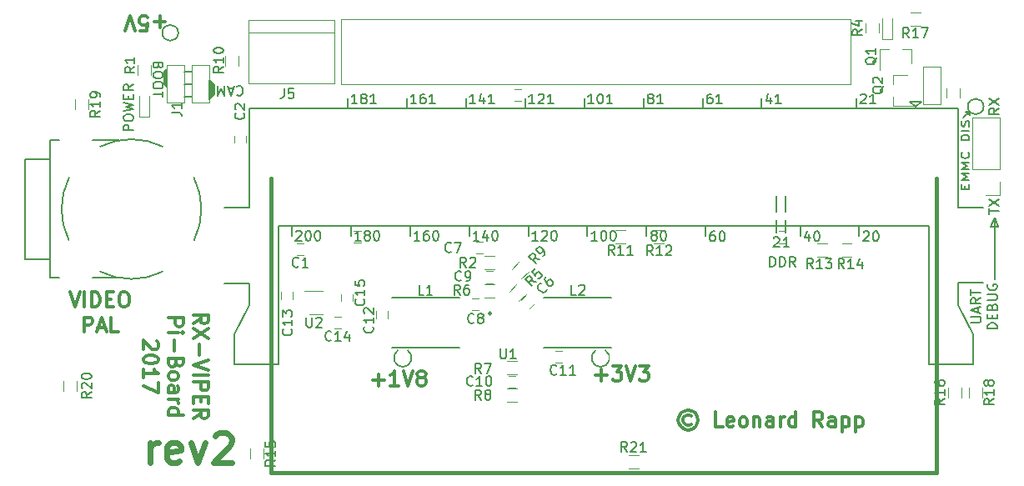
<source format=gto>
G04 #@! TF.FileFunction,Legend,Top*
%FSLAX46Y46*%
G04 Gerber Fmt 4.6, Leading zero omitted, Abs format (unit mm)*
G04 Created by KiCad (PCBNEW 4.0.6) date Fri Nov 17 01:31:04 2017*
%MOMM*%
%LPD*%
G01*
G04 APERTURE LIST*
%ADD10C,0.100000*%
%ADD11C,0.600000*%
%ADD12C,0.300000*%
%ADD13C,0.200000*%
%ADD14C,0.150000*%
%ADD15C,0.175000*%
%ADD16C,0.400000*%
%ADD17C,0.120000*%
G04 APERTURE END LIST*
D10*
D11*
X58412572Y-78446143D02*
X58412572Y-76446143D01*
X58412572Y-77017571D02*
X58555429Y-76731857D01*
X58698286Y-76589000D01*
X58984000Y-76446143D01*
X59269715Y-76446143D01*
X61412572Y-78303286D02*
X61126858Y-78446143D01*
X60555429Y-78446143D01*
X60269715Y-78303286D01*
X60126858Y-78017571D01*
X60126858Y-76874714D01*
X60269715Y-76589000D01*
X60555429Y-76446143D01*
X61126858Y-76446143D01*
X61412572Y-76589000D01*
X61555429Y-76874714D01*
X61555429Y-77160429D01*
X60126858Y-77446143D01*
X62555429Y-76446143D02*
X63269715Y-78446143D01*
X63984001Y-76446143D01*
X64984001Y-75731857D02*
X65126858Y-75589000D01*
X65412572Y-75446143D01*
X66126858Y-75446143D01*
X66412572Y-75589000D01*
X66555429Y-75731857D01*
X66698286Y-76017571D01*
X66698286Y-76303286D01*
X66555429Y-76731857D01*
X64841143Y-78446143D01*
X66698286Y-78446143D01*
D12*
X113340572Y-73703714D02*
X113197714Y-73632286D01*
X112912000Y-73632286D01*
X112769143Y-73703714D01*
X112626286Y-73846571D01*
X112554857Y-73989429D01*
X112554857Y-74275143D01*
X112626286Y-74418000D01*
X112769143Y-74560857D01*
X112912000Y-74632286D01*
X113197714Y-74632286D01*
X113340572Y-74560857D01*
X113054857Y-73132286D02*
X112697714Y-73203714D01*
X112340572Y-73418000D01*
X112126286Y-73775143D01*
X112054857Y-74132286D01*
X112126286Y-74489429D01*
X112340572Y-74846571D01*
X112697714Y-75060857D01*
X113054857Y-75132286D01*
X113412000Y-75060857D01*
X113769143Y-74846571D01*
X113983429Y-74489429D01*
X114054857Y-74132286D01*
X113983429Y-73775143D01*
X113769143Y-73418000D01*
X113412000Y-73203714D01*
X113054857Y-73132286D01*
X116554858Y-74846571D02*
X115840572Y-74846571D01*
X115840572Y-73346571D01*
X117626286Y-74775143D02*
X117483429Y-74846571D01*
X117197715Y-74846571D01*
X117054858Y-74775143D01*
X116983429Y-74632286D01*
X116983429Y-74060857D01*
X117054858Y-73918000D01*
X117197715Y-73846571D01*
X117483429Y-73846571D01*
X117626286Y-73918000D01*
X117697715Y-74060857D01*
X117697715Y-74203714D01*
X116983429Y-74346571D01*
X118554858Y-74846571D02*
X118412000Y-74775143D01*
X118340572Y-74703714D01*
X118269143Y-74560857D01*
X118269143Y-74132286D01*
X118340572Y-73989429D01*
X118412000Y-73918000D01*
X118554858Y-73846571D01*
X118769143Y-73846571D01*
X118912000Y-73918000D01*
X118983429Y-73989429D01*
X119054858Y-74132286D01*
X119054858Y-74560857D01*
X118983429Y-74703714D01*
X118912000Y-74775143D01*
X118769143Y-74846571D01*
X118554858Y-74846571D01*
X119697715Y-73846571D02*
X119697715Y-74846571D01*
X119697715Y-73989429D02*
X119769143Y-73918000D01*
X119912001Y-73846571D01*
X120126286Y-73846571D01*
X120269143Y-73918000D01*
X120340572Y-74060857D01*
X120340572Y-74846571D01*
X121697715Y-74846571D02*
X121697715Y-74060857D01*
X121626286Y-73918000D01*
X121483429Y-73846571D01*
X121197715Y-73846571D01*
X121054858Y-73918000D01*
X121697715Y-74775143D02*
X121554858Y-74846571D01*
X121197715Y-74846571D01*
X121054858Y-74775143D01*
X120983429Y-74632286D01*
X120983429Y-74489429D01*
X121054858Y-74346571D01*
X121197715Y-74275143D01*
X121554858Y-74275143D01*
X121697715Y-74203714D01*
X122412001Y-74846571D02*
X122412001Y-73846571D01*
X122412001Y-74132286D02*
X122483429Y-73989429D01*
X122554858Y-73918000D01*
X122697715Y-73846571D01*
X122840572Y-73846571D01*
X123983429Y-74846571D02*
X123983429Y-73346571D01*
X123983429Y-74775143D02*
X123840572Y-74846571D01*
X123554858Y-74846571D01*
X123412000Y-74775143D01*
X123340572Y-74703714D01*
X123269143Y-74560857D01*
X123269143Y-74132286D01*
X123340572Y-73989429D01*
X123412000Y-73918000D01*
X123554858Y-73846571D01*
X123840572Y-73846571D01*
X123983429Y-73918000D01*
X126697715Y-74846571D02*
X126197715Y-74132286D01*
X125840572Y-74846571D02*
X125840572Y-73346571D01*
X126412000Y-73346571D01*
X126554858Y-73418000D01*
X126626286Y-73489429D01*
X126697715Y-73632286D01*
X126697715Y-73846571D01*
X126626286Y-73989429D01*
X126554858Y-74060857D01*
X126412000Y-74132286D01*
X125840572Y-74132286D01*
X127983429Y-74846571D02*
X127983429Y-74060857D01*
X127912000Y-73918000D01*
X127769143Y-73846571D01*
X127483429Y-73846571D01*
X127340572Y-73918000D01*
X127983429Y-74775143D02*
X127840572Y-74846571D01*
X127483429Y-74846571D01*
X127340572Y-74775143D01*
X127269143Y-74632286D01*
X127269143Y-74489429D01*
X127340572Y-74346571D01*
X127483429Y-74275143D01*
X127840572Y-74275143D01*
X127983429Y-74203714D01*
X128697715Y-73846571D02*
X128697715Y-75346571D01*
X128697715Y-73918000D02*
X128840572Y-73846571D01*
X129126286Y-73846571D01*
X129269143Y-73918000D01*
X129340572Y-73989429D01*
X129412001Y-74132286D01*
X129412001Y-74560857D01*
X129340572Y-74703714D01*
X129269143Y-74775143D01*
X129126286Y-74846571D01*
X128840572Y-74846571D01*
X128697715Y-74775143D01*
X130054858Y-73846571D02*
X130054858Y-75346571D01*
X130054858Y-73918000D02*
X130197715Y-73846571D01*
X130483429Y-73846571D01*
X130626286Y-73918000D01*
X130697715Y-73989429D01*
X130769144Y-74132286D01*
X130769144Y-74560857D01*
X130697715Y-74703714D01*
X130626286Y-74775143D01*
X130483429Y-74846571D01*
X130197715Y-74846571D01*
X130054858Y-74775143D01*
X62831429Y-64349858D02*
X63545714Y-63849858D01*
X62831429Y-63492715D02*
X64331429Y-63492715D01*
X64331429Y-64064143D01*
X64260000Y-64207001D01*
X64188571Y-64278429D01*
X64045714Y-64349858D01*
X63831429Y-64349858D01*
X63688571Y-64278429D01*
X63617143Y-64207001D01*
X63545714Y-64064143D01*
X63545714Y-63492715D01*
X64331429Y-64849858D02*
X62831429Y-65849858D01*
X64331429Y-65849858D02*
X62831429Y-64849858D01*
X63402857Y-66421286D02*
X63402857Y-67564143D01*
X64331429Y-68064143D02*
X62831429Y-68564143D01*
X64331429Y-69064143D01*
X62831429Y-69564143D02*
X64331429Y-69564143D01*
X62831429Y-70278429D02*
X64331429Y-70278429D01*
X64331429Y-70849857D01*
X64260000Y-70992715D01*
X64188571Y-71064143D01*
X64045714Y-71135572D01*
X63831429Y-71135572D01*
X63688571Y-71064143D01*
X63617143Y-70992715D01*
X63545714Y-70849857D01*
X63545714Y-70278429D01*
X63617143Y-71778429D02*
X63617143Y-72278429D01*
X62831429Y-72492715D02*
X62831429Y-71778429D01*
X64331429Y-71778429D01*
X64331429Y-72492715D01*
X62831429Y-73992715D02*
X63545714Y-73492715D01*
X62831429Y-73135572D02*
X64331429Y-73135572D01*
X64331429Y-73707000D01*
X64260000Y-73849858D01*
X64188571Y-73921286D01*
X64045714Y-73992715D01*
X63831429Y-73992715D01*
X63688571Y-73921286D01*
X63617143Y-73849858D01*
X63545714Y-73707000D01*
X63545714Y-73135572D01*
X60281429Y-63778429D02*
X61781429Y-63778429D01*
X61781429Y-64349857D01*
X61710000Y-64492715D01*
X61638571Y-64564143D01*
X61495714Y-64635572D01*
X61281429Y-64635572D01*
X61138571Y-64564143D01*
X61067143Y-64492715D01*
X60995714Y-64349857D01*
X60995714Y-63778429D01*
X60281429Y-65278429D02*
X61281429Y-65278429D01*
X61781429Y-65278429D02*
X61710000Y-65207000D01*
X61638571Y-65278429D01*
X61710000Y-65349857D01*
X61781429Y-65278429D01*
X61638571Y-65278429D01*
X60852857Y-65992715D02*
X60852857Y-67135572D01*
X61067143Y-68349858D02*
X60995714Y-68564144D01*
X60924286Y-68635572D01*
X60781429Y-68707001D01*
X60567143Y-68707001D01*
X60424286Y-68635572D01*
X60352857Y-68564144D01*
X60281429Y-68421286D01*
X60281429Y-67849858D01*
X61781429Y-67849858D01*
X61781429Y-68349858D01*
X61710000Y-68492715D01*
X61638571Y-68564144D01*
X61495714Y-68635572D01*
X61352857Y-68635572D01*
X61210000Y-68564144D01*
X61138571Y-68492715D01*
X61067143Y-68349858D01*
X61067143Y-67849858D01*
X60281429Y-69564144D02*
X60352857Y-69421286D01*
X60424286Y-69349858D01*
X60567143Y-69278429D01*
X60995714Y-69278429D01*
X61138571Y-69349858D01*
X61210000Y-69421286D01*
X61281429Y-69564144D01*
X61281429Y-69778429D01*
X61210000Y-69921286D01*
X61138571Y-69992715D01*
X60995714Y-70064144D01*
X60567143Y-70064144D01*
X60424286Y-69992715D01*
X60352857Y-69921286D01*
X60281429Y-69778429D01*
X60281429Y-69564144D01*
X60281429Y-71349858D02*
X61067143Y-71349858D01*
X61210000Y-71278429D01*
X61281429Y-71135572D01*
X61281429Y-70849858D01*
X61210000Y-70707001D01*
X60352857Y-71349858D02*
X60281429Y-71207001D01*
X60281429Y-70849858D01*
X60352857Y-70707001D01*
X60495714Y-70635572D01*
X60638571Y-70635572D01*
X60781429Y-70707001D01*
X60852857Y-70849858D01*
X60852857Y-71207001D01*
X60924286Y-71349858D01*
X60281429Y-72064144D02*
X61281429Y-72064144D01*
X60995714Y-72064144D02*
X61138571Y-72135572D01*
X61210000Y-72207001D01*
X61281429Y-72349858D01*
X61281429Y-72492715D01*
X60281429Y-73635572D02*
X61781429Y-73635572D01*
X60352857Y-73635572D02*
X60281429Y-73492715D01*
X60281429Y-73207001D01*
X60352857Y-73064143D01*
X60424286Y-72992715D01*
X60567143Y-72921286D01*
X60995714Y-72921286D01*
X61138571Y-72992715D01*
X61210000Y-73064143D01*
X61281429Y-73207001D01*
X61281429Y-73492715D01*
X61210000Y-73635572D01*
X59088571Y-66135572D02*
X59160000Y-66207001D01*
X59231429Y-66349858D01*
X59231429Y-66707001D01*
X59160000Y-66849858D01*
X59088571Y-66921287D01*
X58945714Y-66992715D01*
X58802857Y-66992715D01*
X58588571Y-66921287D01*
X57731429Y-66064144D01*
X57731429Y-66992715D01*
X59231429Y-67921286D02*
X59231429Y-68064143D01*
X59160000Y-68207000D01*
X59088571Y-68278429D01*
X58945714Y-68349858D01*
X58660000Y-68421286D01*
X58302857Y-68421286D01*
X58017143Y-68349858D01*
X57874286Y-68278429D01*
X57802857Y-68207000D01*
X57731429Y-68064143D01*
X57731429Y-67921286D01*
X57802857Y-67778429D01*
X57874286Y-67707000D01*
X58017143Y-67635572D01*
X58302857Y-67564143D01*
X58660000Y-67564143D01*
X58945714Y-67635572D01*
X59088571Y-67707000D01*
X59160000Y-67778429D01*
X59231429Y-67921286D01*
X57731429Y-69849857D02*
X57731429Y-68992714D01*
X57731429Y-69421286D02*
X59231429Y-69421286D01*
X59017143Y-69278429D01*
X58874286Y-69135571D01*
X58802857Y-68992714D01*
X59231429Y-70349857D02*
X59231429Y-71349857D01*
X57731429Y-70707000D01*
D13*
X143056219Y-42301000D02*
G75*
G03X143056219Y-42301000I-803219J0D01*
G01*
X141237000Y-42809000D02*
X141618000Y-42809000D01*
X141618000Y-43190000D02*
X141237000Y-42809000D01*
X141618000Y-42809000D02*
X141618000Y-43190000D01*
X140983000Y-43444000D02*
X141618000Y-42809000D01*
D14*
X141166857Y-50696381D02*
X141166857Y-50363047D01*
X141585905Y-50220190D02*
X141585905Y-50696381D01*
X140785905Y-50696381D01*
X140785905Y-50220190D01*
X141585905Y-49791619D02*
X140785905Y-49791619D01*
X141357333Y-49458285D01*
X140785905Y-49124952D01*
X141585905Y-49124952D01*
X141585905Y-48648762D02*
X140785905Y-48648762D01*
X141357333Y-48315428D01*
X140785905Y-47982095D01*
X141585905Y-47982095D01*
X141509714Y-46934476D02*
X141547810Y-46982095D01*
X141585905Y-47124952D01*
X141585905Y-47220190D01*
X141547810Y-47363048D01*
X141471619Y-47458286D01*
X141395429Y-47505905D01*
X141243048Y-47553524D01*
X141128762Y-47553524D01*
X140976381Y-47505905D01*
X140900190Y-47458286D01*
X140824000Y-47363048D01*
X140785905Y-47220190D01*
X140785905Y-47124952D01*
X140824000Y-46982095D01*
X140862095Y-46934476D01*
X141585905Y-45744000D02*
X140785905Y-45744000D01*
X140785905Y-45505905D01*
X140824000Y-45363047D01*
X140900190Y-45267809D01*
X140976381Y-45220190D01*
X141128762Y-45172571D01*
X141243048Y-45172571D01*
X141395429Y-45220190D01*
X141471619Y-45267809D01*
X141547810Y-45363047D01*
X141585905Y-45505905D01*
X141585905Y-45744000D01*
X141585905Y-44744000D02*
X140785905Y-44744000D01*
X141547810Y-44315429D02*
X141585905Y-44172572D01*
X141585905Y-43934476D01*
X141547810Y-43839238D01*
X141509714Y-43791619D01*
X141433524Y-43744000D01*
X141357333Y-43744000D01*
X141281143Y-43791619D01*
X141243048Y-43839238D01*
X141204952Y-43934476D01*
X141166857Y-44124953D01*
X141128762Y-44220191D01*
X141090667Y-44267810D01*
X141014476Y-44315429D01*
X140938286Y-44315429D01*
X140862095Y-44267810D01*
X140824000Y-44220191D01*
X140785905Y-44124953D01*
X140785905Y-43886857D01*
X140824000Y-43744000D01*
D12*
X50268571Y-61149571D02*
X50768571Y-62649571D01*
X51268571Y-61149571D01*
X51768571Y-62649571D02*
X51768571Y-61149571D01*
X52482857Y-62649571D02*
X52482857Y-61149571D01*
X52840000Y-61149571D01*
X53054285Y-61221000D01*
X53197143Y-61363857D01*
X53268571Y-61506714D01*
X53340000Y-61792429D01*
X53340000Y-62006714D01*
X53268571Y-62292429D01*
X53197143Y-62435286D01*
X53054285Y-62578143D01*
X52840000Y-62649571D01*
X52482857Y-62649571D01*
X53982857Y-61863857D02*
X54482857Y-61863857D01*
X54697143Y-62649571D02*
X53982857Y-62649571D01*
X53982857Y-61149571D01*
X54697143Y-61149571D01*
X55625714Y-61149571D02*
X55911428Y-61149571D01*
X56054286Y-61221000D01*
X56197143Y-61363857D01*
X56268571Y-61649571D01*
X56268571Y-62149571D01*
X56197143Y-62435286D01*
X56054286Y-62578143D01*
X55911428Y-62649571D01*
X55625714Y-62649571D01*
X55482857Y-62578143D01*
X55340000Y-62435286D01*
X55268571Y-62149571D01*
X55268571Y-61649571D01*
X55340000Y-61363857D01*
X55482857Y-61221000D01*
X55625714Y-61149571D01*
X51697143Y-65199571D02*
X51697143Y-63699571D01*
X52268571Y-63699571D01*
X52411429Y-63771000D01*
X52482857Y-63842429D01*
X52554286Y-63985286D01*
X52554286Y-64199571D01*
X52482857Y-64342429D01*
X52411429Y-64413857D01*
X52268571Y-64485286D01*
X51697143Y-64485286D01*
X53125714Y-64771000D02*
X53840000Y-64771000D01*
X52982857Y-65199571D02*
X53482857Y-63699571D01*
X53982857Y-65199571D01*
X55197143Y-65199571D02*
X54482857Y-65199571D01*
X54482857Y-63699571D01*
D13*
X64783000Y-40142000D02*
X64783000Y-41031000D01*
X64656000Y-39888000D02*
X64656000Y-41158000D01*
X64529000Y-39761000D02*
X64529000Y-41285000D01*
X64402000Y-41539000D02*
X64402000Y-39634000D01*
X64910000Y-41031000D02*
X64402000Y-41539000D01*
X64910000Y-40142000D02*
X64910000Y-41031000D01*
X64402000Y-39634000D02*
X64910000Y-40142000D01*
X59957000Y-38872000D02*
X59957000Y-39888000D01*
X60084000Y-38999000D02*
X59957000Y-38872000D01*
X60084000Y-39761000D02*
X60084000Y-38999000D01*
X60084000Y-40269000D02*
X60084000Y-39761000D01*
X59830000Y-40015000D02*
X60084000Y-40269000D01*
X59830000Y-40015000D02*
X60084000Y-39761000D01*
X60084000Y-38999000D02*
X60084000Y-38491000D01*
X59830000Y-38745000D02*
X60084000Y-38999000D01*
X59830000Y-38745000D02*
X60084000Y-38491000D01*
D14*
X59253429Y-38139858D02*
X59205810Y-38282715D01*
X59158190Y-38330334D01*
X59062952Y-38377953D01*
X58920095Y-38377953D01*
X58824857Y-38330334D01*
X58777238Y-38282715D01*
X58729619Y-38187477D01*
X58729619Y-37806524D01*
X59729619Y-37806524D01*
X59729619Y-38139858D01*
X59682000Y-38235096D01*
X59634381Y-38282715D01*
X59539143Y-38330334D01*
X59443905Y-38330334D01*
X59348667Y-38282715D01*
X59301048Y-38235096D01*
X59253429Y-38139858D01*
X59253429Y-37806524D01*
X59729619Y-38997000D02*
X59729619Y-39187477D01*
X59682000Y-39282715D01*
X59586762Y-39377953D01*
X59396286Y-39425572D01*
X59062952Y-39425572D01*
X58872476Y-39377953D01*
X58777238Y-39282715D01*
X58729619Y-39187477D01*
X58729619Y-38997000D01*
X58777238Y-38901762D01*
X58872476Y-38806524D01*
X59062952Y-38758905D01*
X59396286Y-38758905D01*
X59586762Y-38806524D01*
X59682000Y-38901762D01*
X59729619Y-38997000D01*
X59729619Y-40044619D02*
X59729619Y-40235096D01*
X59682000Y-40330334D01*
X59586762Y-40425572D01*
X59396286Y-40473191D01*
X59062952Y-40473191D01*
X58872476Y-40425572D01*
X58777238Y-40330334D01*
X58729619Y-40235096D01*
X58729619Y-40044619D01*
X58777238Y-39949381D01*
X58872476Y-39854143D01*
X59062952Y-39806524D01*
X59396286Y-39806524D01*
X59586762Y-39854143D01*
X59682000Y-39949381D01*
X59729619Y-40044619D01*
X59729619Y-40758905D02*
X59729619Y-41330334D01*
X58729619Y-41044619D02*
X59729619Y-41044619D01*
D13*
X59830000Y-38745000D02*
X60084000Y-38745000D01*
X59830000Y-40015000D02*
X59830000Y-38745000D01*
X60084000Y-40015000D02*
X59830000Y-40015000D01*
X61862000Y-38745000D02*
X62624000Y-38745000D01*
X62624000Y-41285000D02*
X61862000Y-41285000D01*
X61862000Y-40015000D02*
X62624000Y-40015000D01*
D14*
X67238476Y-40282857D02*
X67286095Y-40235238D01*
X67428952Y-40187619D01*
X67524190Y-40187619D01*
X67667048Y-40235238D01*
X67762286Y-40330476D01*
X67809905Y-40425714D01*
X67857524Y-40616190D01*
X67857524Y-40759048D01*
X67809905Y-40949524D01*
X67762286Y-41044762D01*
X67667048Y-41140000D01*
X67524190Y-41187619D01*
X67428952Y-41187619D01*
X67286095Y-41140000D01*
X67238476Y-41092381D01*
X66857524Y-40473333D02*
X66381333Y-40473333D01*
X66952762Y-40187619D02*
X66619429Y-41187619D01*
X66286095Y-40187619D01*
X65952762Y-40187619D02*
X65952762Y-41187619D01*
X65619428Y-40473333D01*
X65286095Y-41187619D01*
X65286095Y-40187619D01*
D12*
X59967571Y-33674857D02*
X58824714Y-33674857D01*
X59396143Y-33103429D02*
X59396143Y-34246286D01*
X57396142Y-34603429D02*
X58110428Y-34603429D01*
X58181857Y-33889143D01*
X58110428Y-33960571D01*
X57967571Y-34032000D01*
X57610428Y-34032000D01*
X57467571Y-33960571D01*
X57396142Y-33889143D01*
X57324714Y-33746286D01*
X57324714Y-33389143D01*
X57396142Y-33246286D01*
X57467571Y-33174857D01*
X57610428Y-33103429D01*
X57967571Y-33103429D01*
X58110428Y-33174857D01*
X58181857Y-33246286D01*
X56896143Y-34603429D02*
X56396143Y-33103429D01*
X55896143Y-34603429D01*
D13*
X61278197Y-34808000D02*
G75*
G03X61278197Y-34808000I-813197J0D01*
G01*
D12*
X81050144Y-70084143D02*
X82193001Y-70084143D01*
X81621572Y-70655571D02*
X81621572Y-69512714D01*
X83693001Y-70655571D02*
X82835858Y-70655571D01*
X83264430Y-70655571D02*
X83264430Y-69155571D01*
X83121573Y-69369857D01*
X82978715Y-69512714D01*
X82835858Y-69584143D01*
X84121572Y-69155571D02*
X84621572Y-70655571D01*
X85121572Y-69155571D01*
X85835858Y-69798429D02*
X85693000Y-69727000D01*
X85621572Y-69655571D01*
X85550143Y-69512714D01*
X85550143Y-69441286D01*
X85621572Y-69298429D01*
X85693000Y-69227000D01*
X85835858Y-69155571D01*
X86121572Y-69155571D01*
X86264429Y-69227000D01*
X86335858Y-69298429D01*
X86407286Y-69441286D01*
X86407286Y-69512714D01*
X86335858Y-69655571D01*
X86264429Y-69727000D01*
X86121572Y-69798429D01*
X85835858Y-69798429D01*
X85693000Y-69869857D01*
X85621572Y-69941286D01*
X85550143Y-70084143D01*
X85550143Y-70369857D01*
X85621572Y-70512714D01*
X85693000Y-70584143D01*
X85835858Y-70655571D01*
X86121572Y-70655571D01*
X86264429Y-70584143D01*
X86335858Y-70512714D01*
X86407286Y-70369857D01*
X86407286Y-70084143D01*
X86335858Y-69941286D01*
X86264429Y-69869857D01*
X86121572Y-69798429D01*
D13*
X83566000Y-67066000D02*
G75*
G03X84582000Y-67066000I508000J-762000D01*
G01*
X103645000Y-67066000D02*
G75*
G03X104661000Y-67066000I508000J-762000D01*
G01*
D12*
X103656144Y-69576143D02*
X104799001Y-69576143D01*
X104227572Y-70147571D02*
X104227572Y-69004714D01*
X105370430Y-68647571D02*
X106299001Y-68647571D01*
X105799001Y-69219000D01*
X106013287Y-69219000D01*
X106156144Y-69290429D01*
X106227573Y-69361857D01*
X106299001Y-69504714D01*
X106299001Y-69861857D01*
X106227573Y-70004714D01*
X106156144Y-70076143D01*
X106013287Y-70147571D01*
X105584715Y-70147571D01*
X105441858Y-70076143D01*
X105370430Y-70004714D01*
X106727572Y-68647571D02*
X107227572Y-70147571D01*
X107727572Y-68647571D01*
X108084715Y-68647571D02*
X109013286Y-68647571D01*
X108513286Y-69219000D01*
X108727572Y-69219000D01*
X108870429Y-69290429D01*
X108941858Y-69361857D01*
X109013286Y-69504714D01*
X109013286Y-69861857D01*
X108941858Y-70004714D01*
X108870429Y-70076143D01*
X108727572Y-70147571D01*
X108299000Y-70147571D01*
X108156143Y-70076143D01*
X108084715Y-70004714D01*
D13*
X144539000Y-54493000D02*
X144158000Y-53604000D01*
X143777000Y-54493000D02*
X144539000Y-54493000D01*
X144158000Y-53604000D02*
X143777000Y-54493000D01*
X144158000Y-59827000D02*
X144158000Y-53604000D01*
D15*
X141756881Y-64216238D02*
X142566405Y-64216238D01*
X142661643Y-64168619D01*
X142709262Y-64121000D01*
X142756881Y-64025762D01*
X142756881Y-63835285D01*
X142709262Y-63740047D01*
X142661643Y-63692428D01*
X142566405Y-63644809D01*
X141756881Y-63644809D01*
X142471167Y-63216238D02*
X142471167Y-62740047D01*
X142756881Y-63311476D02*
X141756881Y-62978143D01*
X142756881Y-62644809D01*
X142756881Y-61740047D02*
X142280690Y-62073381D01*
X142756881Y-62311476D02*
X141756881Y-62311476D01*
X141756881Y-61930523D01*
X141804500Y-61835285D01*
X141852119Y-61787666D01*
X141947357Y-61740047D01*
X142090214Y-61740047D01*
X142185452Y-61787666D01*
X142233071Y-61835285D01*
X142280690Y-61930523D01*
X142280690Y-62311476D01*
X141756881Y-61454333D02*
X141756881Y-60882904D01*
X142756881Y-61168619D02*
X141756881Y-61168619D01*
X144431881Y-64859095D02*
X143431881Y-64859095D01*
X143431881Y-64621000D01*
X143479500Y-64478142D01*
X143574738Y-64382904D01*
X143669976Y-64335285D01*
X143860452Y-64287666D01*
X144003310Y-64287666D01*
X144193786Y-64335285D01*
X144289024Y-64382904D01*
X144384262Y-64478142D01*
X144431881Y-64621000D01*
X144431881Y-64859095D01*
X143908071Y-63859095D02*
X143908071Y-63525761D01*
X144431881Y-63382904D02*
X144431881Y-63859095D01*
X143431881Y-63859095D01*
X143431881Y-63382904D01*
X143908071Y-62620999D02*
X143955690Y-62478142D01*
X144003310Y-62430523D01*
X144098548Y-62382904D01*
X144241405Y-62382904D01*
X144336643Y-62430523D01*
X144384262Y-62478142D01*
X144431881Y-62573380D01*
X144431881Y-62954333D01*
X143431881Y-62954333D01*
X143431881Y-62620999D01*
X143479500Y-62525761D01*
X143527119Y-62478142D01*
X143622357Y-62430523D01*
X143717595Y-62430523D01*
X143812833Y-62478142D01*
X143860452Y-62525761D01*
X143908071Y-62620999D01*
X143908071Y-62954333D01*
X143431881Y-61954333D02*
X144241405Y-61954333D01*
X144336643Y-61906714D01*
X144384262Y-61859095D01*
X144431881Y-61763857D01*
X144431881Y-61573380D01*
X144384262Y-61478142D01*
X144336643Y-61430523D01*
X144241405Y-61382904D01*
X143431881Y-61382904D01*
X143479500Y-60382904D02*
X143431881Y-60478142D01*
X143431881Y-60620999D01*
X143479500Y-60763857D01*
X143574738Y-60859095D01*
X143669976Y-60906714D01*
X143860452Y-60954333D01*
X144003310Y-60954333D01*
X144193786Y-60906714D01*
X144289024Y-60859095D01*
X144384262Y-60763857D01*
X144431881Y-60620999D01*
X144431881Y-60525761D01*
X144384262Y-60382904D01*
X144336643Y-60335285D01*
X144003310Y-60335285D01*
X144003310Y-60525761D01*
D16*
X138270000Y-79465000D02*
X138270000Y-49565000D01*
X70670000Y-79465000D02*
X138270000Y-79465000D01*
X70670000Y-79465000D02*
X70670000Y-49565000D01*
D14*
X143610381Y-53222905D02*
X143610381Y-52651476D01*
X144610381Y-52937191D02*
X143610381Y-52937191D01*
X143610381Y-52413381D02*
X144610381Y-51746714D01*
X143610381Y-51746714D02*
X144610381Y-52413381D01*
X144610381Y-42467666D02*
X144134190Y-42801000D01*
X144610381Y-43039095D02*
X143610381Y-43039095D01*
X143610381Y-42658142D01*
X143658000Y-42562904D01*
X143705619Y-42515285D01*
X143800857Y-42467666D01*
X143943714Y-42467666D01*
X144038952Y-42515285D01*
X144086571Y-42562904D01*
X144134190Y-42658142D01*
X144134190Y-43039095D01*
X143610381Y-42134333D02*
X144610381Y-41467666D01*
X143610381Y-41467666D02*
X144610381Y-42134333D01*
D17*
X96846386Y-59055279D02*
X96139279Y-59762386D01*
X95177614Y-58800721D02*
X95884721Y-58093614D01*
X94923614Y-61086721D02*
X95630721Y-60379614D01*
X96592386Y-61341279D02*
X95885279Y-62048386D01*
X96102249Y-61926223D02*
X96597223Y-61431249D01*
X97445751Y-62279777D02*
X96950777Y-62774751D01*
X91815000Y-62967000D02*
X91115000Y-62967000D01*
X91115000Y-61767000D02*
X91815000Y-61767000D01*
X78972000Y-61370000D02*
X78972000Y-62070000D01*
X77772000Y-62070000D02*
X77772000Y-61370000D01*
X77145000Y-63672000D02*
X77845000Y-63672000D01*
X77845000Y-64872000D02*
X77145000Y-64872000D01*
X72876000Y-61140000D02*
X72876000Y-61840000D01*
X71676000Y-61840000D02*
X71676000Y-61140000D01*
X128660000Y-56226000D02*
X129660000Y-56226000D01*
X129660000Y-57586000D02*
X128660000Y-57586000D01*
X127144000Y-57586000D02*
X126144000Y-57586000D01*
X126144000Y-56226000D02*
X127144000Y-56226000D01*
X132392000Y-33812000D02*
X132392000Y-34812000D01*
X131032000Y-34812000D02*
X131032000Y-33812000D01*
X139287000Y-41416000D02*
X139287000Y-40416000D01*
X140647000Y-40416000D02*
X140647000Y-41416000D01*
X92362000Y-57496000D02*
X93362000Y-57496000D01*
X93362000Y-58856000D02*
X92362000Y-58856000D01*
X133857000Y-39070000D02*
X133857000Y-40000000D01*
X133857000Y-42230000D02*
X133857000Y-41300000D01*
X133857000Y-42230000D02*
X136017000Y-42230000D01*
X133857000Y-39070000D02*
X135317000Y-39070000D01*
X135705000Y-36445000D02*
X134775000Y-36445000D01*
X132545000Y-36445000D02*
X133475000Y-36445000D01*
X132545000Y-36445000D02*
X132545000Y-38605000D01*
X135705000Y-36445000D02*
X135705000Y-37905000D01*
X107998000Y-79049000D02*
X106998000Y-79049000D01*
X106998000Y-77689000D02*
X107998000Y-77689000D01*
X50985000Y-70165000D02*
X50985000Y-71165000D01*
X49625000Y-71165000D02*
X49625000Y-70165000D01*
X50768000Y-42590000D02*
X50768000Y-41590000D01*
X52128000Y-41590000D02*
X52128000Y-42590000D01*
X142933000Y-70841000D02*
X142933000Y-71841000D01*
X141573000Y-71841000D02*
X141573000Y-70841000D01*
X135614000Y-32731000D02*
X136614000Y-32731000D01*
X136614000Y-34091000D02*
X135614000Y-34091000D01*
X140774000Y-70841000D02*
X140774000Y-71841000D01*
X139414000Y-71841000D02*
X139414000Y-70841000D01*
X68548000Y-78064000D02*
X68548000Y-77064000D01*
X69908000Y-77064000D02*
X69908000Y-78064000D01*
X109579000Y-54829000D02*
X110579000Y-54829000D01*
X110579000Y-56189000D02*
X109579000Y-56189000D01*
X106685000Y-56189000D02*
X105685000Y-56189000D01*
X105685000Y-54829000D02*
X106685000Y-54829000D01*
X66008000Y-38145000D02*
X66008000Y-37145000D01*
X67368000Y-37145000D02*
X67368000Y-38145000D01*
X95636000Y-72318000D02*
X94636000Y-72318000D01*
X94636000Y-70958000D02*
X95636000Y-70958000D01*
X94636000Y-68164000D02*
X95636000Y-68164000D01*
X95636000Y-69524000D02*
X94636000Y-69524000D01*
X93350000Y-61713500D02*
X92350000Y-61713500D01*
X92350000Y-60353500D02*
X93350000Y-60353500D01*
X58478000Y-38075000D02*
X58478000Y-39075000D01*
X57118000Y-39075000D02*
X57118000Y-38075000D01*
D14*
X130120000Y-41465000D02*
X130120000Y-42465000D01*
X114520000Y-41465000D02*
X114520000Y-42465000D01*
X120520000Y-41465000D02*
X120520000Y-42465000D01*
X108520000Y-41465000D02*
X108520000Y-42465000D01*
X102520000Y-41465000D02*
X102520000Y-42465000D01*
X78520000Y-41465000D02*
X78520000Y-42465000D01*
X84520000Y-41465000D02*
X84520000Y-42465000D01*
X96520000Y-41465000D02*
X96520000Y-42465000D01*
X90520000Y-41465000D02*
X90520000Y-42465000D01*
X84820000Y-54465000D02*
X84820000Y-55465000D01*
X90820000Y-54465000D02*
X90820000Y-55465000D01*
X78820000Y-54465000D02*
X78820000Y-55465000D01*
X72820000Y-54465000D02*
X72820000Y-55465000D01*
X96820000Y-54465000D02*
X96820000Y-55465000D01*
X102820000Y-54465000D02*
X102820000Y-55465000D01*
X114820000Y-54465000D02*
X114820000Y-55465000D01*
X108820000Y-54465000D02*
X108820000Y-55465000D01*
X124420000Y-54465000D02*
X124420000Y-55465000D01*
X68470000Y-42465000D02*
X68470000Y-52565000D01*
X68470000Y-62465000D02*
X68470000Y-60265000D01*
X68470000Y-60265000D02*
X65970000Y-60265000D01*
X68470000Y-52565000D02*
X65970000Y-52565000D01*
X140470000Y-52565000D02*
X140470000Y-42465000D01*
X140470000Y-62465000D02*
X140470000Y-60165000D01*
X140470000Y-60165000D02*
X142970000Y-60165000D01*
X140470000Y-52565000D02*
X142970000Y-52565000D01*
X130420000Y-54465000D02*
X130420000Y-55465000D01*
X136120000Y-42315000D02*
X135520000Y-41815000D01*
X135520000Y-41815000D02*
X136720000Y-41815000D01*
X136720000Y-41815000D02*
X136120000Y-42315000D01*
X122920000Y-52965000D02*
X122920000Y-51365000D01*
X122020000Y-52965000D02*
X122020000Y-51365000D01*
X122020000Y-53815000D02*
X122020000Y-55065000D01*
X122920000Y-53815000D02*
X122920000Y-55065000D01*
X141970000Y-68465000D02*
X141970000Y-65465000D01*
X141970000Y-65465000D02*
X140470000Y-62465000D01*
X140470000Y-42465000D02*
X68470000Y-42465000D01*
X68470000Y-62465000D02*
X66970000Y-65465000D01*
X66970000Y-65465000D02*
X66970000Y-68465000D01*
X66970000Y-68465000D02*
X71470000Y-68465000D01*
X71470000Y-68465000D02*
X71470000Y-54465000D01*
X71470000Y-54465000D02*
X104470000Y-54465000D01*
X104470000Y-54465000D02*
X137470000Y-54465000D01*
X137470000Y-54465000D02*
X137470000Y-68465000D01*
X137470000Y-68465000D02*
X141970000Y-68465000D01*
D17*
X75957000Y-61065000D02*
X74057000Y-61065000D01*
X74557000Y-63385000D02*
X75957000Y-63385000D01*
D14*
X45733000Y-47635000D02*
X48273000Y-47635000D01*
X45733000Y-57795000D02*
X45733000Y-47635000D01*
X48273000Y-57795000D02*
X45733000Y-57795000D01*
X52591000Y-59700000D02*
X55258000Y-59700000D01*
X48273000Y-59700000D02*
X49162000Y-59700000D01*
X48273000Y-45730000D02*
X48273000Y-59700000D01*
X49162000Y-45730000D02*
X48273000Y-45730000D01*
X55258000Y-45730000D02*
X52591000Y-45730000D01*
X50178000Y-49540000D02*
G75*
G03X50178000Y-55890000I6350000J-3175000D01*
G01*
X53353000Y-59065000D02*
G75*
G03X59703000Y-59065000I3175000J6350000D01*
G01*
X62878000Y-55890000D02*
G75*
G03X62878000Y-49540000I-6350000J3175000D01*
G01*
X59703000Y-46365000D02*
G75*
G03X53353000Y-46365000I-3175000J-6350000D01*
G01*
D17*
X144659000Y-48651000D02*
X144659000Y-43451000D01*
X144659000Y-43451000D02*
X141879000Y-43451000D01*
X141879000Y-43451000D02*
X141879000Y-48651000D01*
X141879000Y-48651000D02*
X144659000Y-48651000D01*
X144659000Y-49921000D02*
X144659000Y-51311000D01*
X144659000Y-51311000D02*
X143269000Y-51311000D01*
D14*
X98381000Y-61722000D02*
X105281000Y-61722000D01*
X98381000Y-66822000D02*
X105281000Y-66822000D01*
X89859000Y-66822000D02*
X82959000Y-66822000D01*
X89859000Y-61722000D02*
X82959000Y-61722000D01*
D17*
X62623000Y-38105000D02*
X62623000Y-41925000D01*
X62623000Y-41925000D02*
X64403000Y-41925000D01*
X64403000Y-41925000D02*
X64403000Y-38105000D01*
X62623000Y-38105000D02*
X64403000Y-38105000D01*
X60083000Y-38105000D02*
X60083000Y-41925000D01*
X60083000Y-41925000D02*
X61863000Y-41925000D01*
X61863000Y-41925000D02*
X61863000Y-38105000D01*
X60083000Y-38105000D02*
X61863000Y-38105000D01*
X132736000Y-35435000D02*
X133736000Y-35435000D01*
X133736000Y-35435000D02*
X133736000Y-33335000D01*
X132736000Y-35435000D02*
X132736000Y-33335000D01*
X57298000Y-43309000D02*
X58298000Y-43309000D01*
X58298000Y-43309000D02*
X58298000Y-41209000D01*
X57298000Y-43309000D02*
X57298000Y-41209000D01*
X82528000Y-63094000D02*
X82528000Y-63794000D01*
X81328000Y-63794000D02*
X81328000Y-63094000D01*
X100251000Y-68301000D02*
X99551000Y-68301000D01*
X99551000Y-67101000D02*
X100251000Y-67101000D01*
X95486000Y-70841000D02*
X94786000Y-70841000D01*
X94786000Y-69641000D02*
X95486000Y-69641000D01*
X92502500Y-59036500D02*
X93202500Y-59036500D01*
X93202500Y-60236500D02*
X92502500Y-60236500D01*
X92245000Y-57252000D02*
X91545000Y-57252000D01*
X91545000Y-56052000D02*
X92245000Y-56052000D01*
X96121000Y-41758000D02*
X95421000Y-41758000D01*
X95421000Y-40558000D02*
X96121000Y-40558000D01*
X79100000Y-54900000D02*
X79800000Y-54900000D01*
X79800000Y-56100000D02*
X79100000Y-56100000D01*
X122220000Y-54965000D02*
X122920000Y-54965000D01*
X122920000Y-56165000D02*
X122220000Y-56165000D01*
X68164000Y-45243000D02*
X68164000Y-45943000D01*
X66964000Y-45943000D02*
X66964000Y-45243000D01*
X136918000Y-38232000D02*
X136918000Y-42052000D01*
X136918000Y-42052000D02*
X138698000Y-42052000D01*
X138698000Y-42052000D02*
X138698000Y-38232000D01*
X136918000Y-38232000D02*
X138698000Y-38232000D01*
X77145000Y-33535000D02*
X68445000Y-33535000D01*
X77145000Y-39945000D02*
X68445000Y-39945000D01*
X68445000Y-39945000D02*
X68445000Y-33535000D01*
X68445000Y-34765000D02*
X77145000Y-34765000D01*
X77145000Y-33535000D02*
X77145000Y-39945000D01*
X74010000Y-57369000D02*
X73310000Y-57369000D01*
X73310000Y-56169000D02*
X74010000Y-56169000D01*
X129525000Y-40040000D02*
X77845000Y-40040000D01*
X129525000Y-40040000D02*
X129525000Y-33450000D01*
X77845000Y-33450000D02*
X77845000Y-40040000D01*
X77845000Y-33450000D02*
X129525000Y-33450000D01*
D14*
X93080078Y-63315000D02*
G75*
G03X93080078Y-63315000I-160078J0D01*
G01*
X97992031Y-57841732D02*
X97419610Y-57740717D01*
X97587970Y-58245794D02*
X96880863Y-57538687D01*
X97150237Y-57269312D01*
X97251253Y-57235641D01*
X97318596Y-57235641D01*
X97419611Y-57269312D01*
X97520626Y-57370328D01*
X97554298Y-57471343D01*
X97554298Y-57538686D01*
X97520626Y-57639701D01*
X97251252Y-57909076D01*
X98328748Y-57505015D02*
X98463435Y-57370328D01*
X98497107Y-57269312D01*
X98497107Y-57201969D01*
X98463436Y-57033610D01*
X98362421Y-56865252D01*
X98093046Y-56595877D01*
X97992031Y-56562206D01*
X97924688Y-56562206D01*
X97823672Y-56595877D01*
X97688985Y-56730565D01*
X97655313Y-56831580D01*
X97655313Y-56898924D01*
X97688985Y-56999939D01*
X97857343Y-57168297D01*
X97958359Y-57201969D01*
X98025703Y-57201970D01*
X98126718Y-57168298D01*
X98261405Y-57033610D01*
X98295077Y-56932595D01*
X98295076Y-56865251D01*
X98261405Y-56764236D01*
X97611031Y-60127732D02*
X97038610Y-60026717D01*
X97206970Y-60531794D02*
X96499863Y-59824687D01*
X96769237Y-59555312D01*
X96870253Y-59521641D01*
X96937596Y-59521641D01*
X97038611Y-59555312D01*
X97139626Y-59656328D01*
X97173298Y-59757343D01*
X97173298Y-59824686D01*
X97139626Y-59925701D01*
X96870252Y-60195076D01*
X97543688Y-58780862D02*
X97206970Y-59117580D01*
X97510015Y-59487969D01*
X97510015Y-59420626D01*
X97543687Y-59319610D01*
X97712046Y-59151251D01*
X97813061Y-59117579D01*
X97880405Y-59117579D01*
X97981421Y-59151252D01*
X98149779Y-59319610D01*
X98183451Y-59420626D01*
X98183451Y-59487969D01*
X98149779Y-59588984D01*
X97981420Y-59757343D01*
X97880405Y-59791015D01*
X97813061Y-59791015D01*
X98686688Y-60822389D02*
X98686688Y-60889732D01*
X98619344Y-61024419D01*
X98552001Y-61091763D01*
X98417313Y-61159107D01*
X98282626Y-61159107D01*
X98181611Y-61125435D01*
X98013253Y-61024420D01*
X97912237Y-60923404D01*
X97811222Y-60755045D01*
X97777550Y-60654030D01*
X97777550Y-60519343D01*
X97844894Y-60384656D01*
X97912237Y-60317312D01*
X98046924Y-60249969D01*
X98114268Y-60249969D01*
X98653016Y-59576534D02*
X98518328Y-59711222D01*
X98484657Y-59812237D01*
X98484657Y-59879580D01*
X98518328Y-60047939D01*
X98619343Y-60216297D01*
X98888718Y-60485672D01*
X98989733Y-60519343D01*
X99057076Y-60519343D01*
X99158092Y-60485672D01*
X99292779Y-60350984D01*
X99326451Y-60249969D01*
X99326451Y-60182626D01*
X99292779Y-60081610D01*
X99124421Y-59913252D01*
X99023405Y-59879579D01*
X98956061Y-59879579D01*
X98855046Y-59913251D01*
X98720359Y-60047939D01*
X98686687Y-60148954D01*
X98686687Y-60216297D01*
X98720359Y-60317313D01*
X91298334Y-64224143D02*
X91250715Y-64271762D01*
X91107858Y-64319381D01*
X91012620Y-64319381D01*
X90869762Y-64271762D01*
X90774524Y-64176524D01*
X90726905Y-64081286D01*
X90679286Y-63890810D01*
X90679286Y-63747952D01*
X90726905Y-63557476D01*
X90774524Y-63462238D01*
X90869762Y-63367000D01*
X91012620Y-63319381D01*
X91107858Y-63319381D01*
X91250715Y-63367000D01*
X91298334Y-63414619D01*
X91869762Y-63747952D02*
X91774524Y-63700333D01*
X91726905Y-63652714D01*
X91679286Y-63557476D01*
X91679286Y-63509857D01*
X91726905Y-63414619D01*
X91774524Y-63367000D01*
X91869762Y-63319381D01*
X92060239Y-63319381D01*
X92155477Y-63367000D01*
X92203096Y-63414619D01*
X92250715Y-63509857D01*
X92250715Y-63557476D01*
X92203096Y-63652714D01*
X92155477Y-63700333D01*
X92060239Y-63747952D01*
X91869762Y-63747952D01*
X91774524Y-63795571D01*
X91726905Y-63843190D01*
X91679286Y-63938429D01*
X91679286Y-64128905D01*
X91726905Y-64224143D01*
X91774524Y-64271762D01*
X91869762Y-64319381D01*
X92060239Y-64319381D01*
X92155477Y-64271762D01*
X92203096Y-64224143D01*
X92250715Y-64128905D01*
X92250715Y-63938429D01*
X92203096Y-63843190D01*
X92155477Y-63795571D01*
X92060239Y-63747952D01*
X80113143Y-61856857D02*
X80160762Y-61904476D01*
X80208381Y-62047333D01*
X80208381Y-62142571D01*
X80160762Y-62285429D01*
X80065524Y-62380667D01*
X79970286Y-62428286D01*
X79779810Y-62475905D01*
X79636952Y-62475905D01*
X79446476Y-62428286D01*
X79351238Y-62380667D01*
X79256000Y-62285429D01*
X79208381Y-62142571D01*
X79208381Y-62047333D01*
X79256000Y-61904476D01*
X79303619Y-61856857D01*
X80208381Y-60904476D02*
X80208381Y-61475905D01*
X80208381Y-61190191D02*
X79208381Y-61190191D01*
X79351238Y-61285429D01*
X79446476Y-61380667D01*
X79494095Y-61475905D01*
X79208381Y-59999714D02*
X79208381Y-60475905D01*
X79684571Y-60523524D01*
X79636952Y-60475905D01*
X79589333Y-60380667D01*
X79589333Y-60142571D01*
X79636952Y-60047333D01*
X79684571Y-59999714D01*
X79779810Y-59952095D01*
X80017905Y-59952095D01*
X80113143Y-59999714D01*
X80160762Y-60047333D01*
X80208381Y-60142571D01*
X80208381Y-60380667D01*
X80160762Y-60475905D01*
X80113143Y-60523524D01*
X76827143Y-66016143D02*
X76779524Y-66063762D01*
X76636667Y-66111381D01*
X76541429Y-66111381D01*
X76398571Y-66063762D01*
X76303333Y-65968524D01*
X76255714Y-65873286D01*
X76208095Y-65682810D01*
X76208095Y-65539952D01*
X76255714Y-65349476D01*
X76303333Y-65254238D01*
X76398571Y-65159000D01*
X76541429Y-65111381D01*
X76636667Y-65111381D01*
X76779524Y-65159000D01*
X76827143Y-65206619D01*
X77779524Y-66111381D02*
X77208095Y-66111381D01*
X77493809Y-66111381D02*
X77493809Y-65111381D01*
X77398571Y-65254238D01*
X77303333Y-65349476D01*
X77208095Y-65397095D01*
X78636667Y-65444714D02*
X78636667Y-66111381D01*
X78398571Y-65063762D02*
X78160476Y-65778048D01*
X78779524Y-65778048D01*
X72747143Y-64904857D02*
X72794762Y-64952476D01*
X72842381Y-65095333D01*
X72842381Y-65190571D01*
X72794762Y-65333429D01*
X72699524Y-65428667D01*
X72604286Y-65476286D01*
X72413810Y-65523905D01*
X72270952Y-65523905D01*
X72080476Y-65476286D01*
X71985238Y-65428667D01*
X71890000Y-65333429D01*
X71842381Y-65190571D01*
X71842381Y-65095333D01*
X71890000Y-64952476D01*
X71937619Y-64904857D01*
X72842381Y-63952476D02*
X72842381Y-64523905D01*
X72842381Y-64238191D02*
X71842381Y-64238191D01*
X71985238Y-64333429D01*
X72080476Y-64428667D01*
X72128095Y-64523905D01*
X71842381Y-63619143D02*
X71842381Y-63000095D01*
X72223333Y-63333429D01*
X72223333Y-63190571D01*
X72270952Y-63095333D01*
X72318571Y-63047714D01*
X72413810Y-63000095D01*
X72651905Y-63000095D01*
X72747143Y-63047714D01*
X72794762Y-63095333D01*
X72842381Y-63190571D01*
X72842381Y-63476286D01*
X72794762Y-63571524D01*
X72747143Y-63619143D01*
X128897143Y-58745381D02*
X128563809Y-58269190D01*
X128325714Y-58745381D02*
X128325714Y-57745381D01*
X128706667Y-57745381D01*
X128801905Y-57793000D01*
X128849524Y-57840619D01*
X128897143Y-57935857D01*
X128897143Y-58078714D01*
X128849524Y-58173952D01*
X128801905Y-58221571D01*
X128706667Y-58269190D01*
X128325714Y-58269190D01*
X129849524Y-58745381D02*
X129278095Y-58745381D01*
X129563809Y-58745381D02*
X129563809Y-57745381D01*
X129468571Y-57888238D01*
X129373333Y-57983476D01*
X129278095Y-58031095D01*
X130706667Y-58078714D02*
X130706667Y-58745381D01*
X130468571Y-57697762D02*
X130230476Y-58412048D01*
X130849524Y-58412048D01*
X125722143Y-58745381D02*
X125388809Y-58269190D01*
X125150714Y-58745381D02*
X125150714Y-57745381D01*
X125531667Y-57745381D01*
X125626905Y-57793000D01*
X125674524Y-57840619D01*
X125722143Y-57935857D01*
X125722143Y-58078714D01*
X125674524Y-58173952D01*
X125626905Y-58221571D01*
X125531667Y-58269190D01*
X125150714Y-58269190D01*
X126674524Y-58745381D02*
X126103095Y-58745381D01*
X126388809Y-58745381D02*
X126388809Y-57745381D01*
X126293571Y-57888238D01*
X126198333Y-57983476D01*
X126103095Y-58031095D01*
X127007857Y-57745381D02*
X127626905Y-57745381D01*
X127293571Y-58126333D01*
X127436429Y-58126333D01*
X127531667Y-58173952D01*
X127579286Y-58221571D01*
X127626905Y-58316810D01*
X127626905Y-58554905D01*
X127579286Y-58650143D01*
X127531667Y-58697762D01*
X127436429Y-58745381D01*
X127150714Y-58745381D01*
X127055476Y-58697762D01*
X127007857Y-58650143D01*
X130714381Y-34478666D02*
X130238190Y-34812000D01*
X130714381Y-35050095D02*
X129714381Y-35050095D01*
X129714381Y-34669142D01*
X129762000Y-34573904D01*
X129809619Y-34526285D01*
X129904857Y-34478666D01*
X130047714Y-34478666D01*
X130142952Y-34526285D01*
X130190571Y-34573904D01*
X130238190Y-34669142D01*
X130238190Y-35050095D01*
X130047714Y-33621523D02*
X130714381Y-33621523D01*
X129666762Y-33859619D02*
X130381048Y-34097714D01*
X130381048Y-33478666D01*
X90511334Y-58618381D02*
X90178000Y-58142190D01*
X89939905Y-58618381D02*
X89939905Y-57618381D01*
X90320858Y-57618381D01*
X90416096Y-57666000D01*
X90463715Y-57713619D01*
X90511334Y-57808857D01*
X90511334Y-57951714D01*
X90463715Y-58046952D01*
X90416096Y-58094571D01*
X90320858Y-58142190D01*
X89939905Y-58142190D01*
X90892286Y-57713619D02*
X90939905Y-57666000D01*
X91035143Y-57618381D01*
X91273239Y-57618381D01*
X91368477Y-57666000D01*
X91416096Y-57713619D01*
X91463715Y-57808857D01*
X91463715Y-57904095D01*
X91416096Y-58046952D01*
X90844667Y-58618381D01*
X91463715Y-58618381D01*
X132881619Y-40227238D02*
X132834000Y-40322476D01*
X132738762Y-40417714D01*
X132595905Y-40560571D01*
X132548286Y-40655810D01*
X132548286Y-40751048D01*
X132786381Y-40703429D02*
X132738762Y-40798667D01*
X132643524Y-40893905D01*
X132453048Y-40941524D01*
X132119714Y-40941524D01*
X131929238Y-40893905D01*
X131834000Y-40798667D01*
X131786381Y-40703429D01*
X131786381Y-40512952D01*
X131834000Y-40417714D01*
X131929238Y-40322476D01*
X132119714Y-40274857D01*
X132453048Y-40274857D01*
X132643524Y-40322476D01*
X132738762Y-40417714D01*
X132786381Y-40512952D01*
X132786381Y-40703429D01*
X131881619Y-39893905D02*
X131834000Y-39846286D01*
X131786381Y-39751048D01*
X131786381Y-39512952D01*
X131834000Y-39417714D01*
X131881619Y-39370095D01*
X131976857Y-39322476D01*
X132072095Y-39322476D01*
X132214952Y-39370095D01*
X132786381Y-39941524D01*
X132786381Y-39322476D01*
X132172619Y-37300238D02*
X132125000Y-37395476D01*
X132029762Y-37490714D01*
X131886905Y-37633571D01*
X131839286Y-37728810D01*
X131839286Y-37824048D01*
X132077381Y-37776429D02*
X132029762Y-37871667D01*
X131934524Y-37966905D01*
X131744048Y-38014524D01*
X131410714Y-38014524D01*
X131220238Y-37966905D01*
X131125000Y-37871667D01*
X131077381Y-37776429D01*
X131077381Y-37585952D01*
X131125000Y-37490714D01*
X131220238Y-37395476D01*
X131410714Y-37347857D01*
X131744048Y-37347857D01*
X131934524Y-37395476D01*
X132029762Y-37490714D01*
X132077381Y-37585952D01*
X132077381Y-37776429D01*
X132077381Y-36395476D02*
X132077381Y-36966905D01*
X132077381Y-36681191D02*
X131077381Y-36681191D01*
X131220238Y-36776429D01*
X131315476Y-36871667D01*
X131363095Y-36966905D01*
X106855143Y-77371381D02*
X106521809Y-76895190D01*
X106283714Y-77371381D02*
X106283714Y-76371381D01*
X106664667Y-76371381D01*
X106759905Y-76419000D01*
X106807524Y-76466619D01*
X106855143Y-76561857D01*
X106855143Y-76704714D01*
X106807524Y-76799952D01*
X106759905Y-76847571D01*
X106664667Y-76895190D01*
X106283714Y-76895190D01*
X107236095Y-76466619D02*
X107283714Y-76419000D01*
X107378952Y-76371381D01*
X107617048Y-76371381D01*
X107712286Y-76419000D01*
X107759905Y-76466619D01*
X107807524Y-76561857D01*
X107807524Y-76657095D01*
X107759905Y-76799952D01*
X107188476Y-77371381D01*
X107807524Y-77371381D01*
X108759905Y-77371381D02*
X108188476Y-77371381D01*
X108474190Y-77371381D02*
X108474190Y-76371381D01*
X108378952Y-76514238D01*
X108283714Y-76609476D01*
X108188476Y-76657095D01*
X52452381Y-71307857D02*
X51976190Y-71641191D01*
X52452381Y-71879286D02*
X51452381Y-71879286D01*
X51452381Y-71498333D01*
X51500000Y-71403095D01*
X51547619Y-71355476D01*
X51642857Y-71307857D01*
X51785714Y-71307857D01*
X51880952Y-71355476D01*
X51928571Y-71403095D01*
X51976190Y-71498333D01*
X51976190Y-71879286D01*
X51547619Y-70926905D02*
X51500000Y-70879286D01*
X51452381Y-70784048D01*
X51452381Y-70545952D01*
X51500000Y-70450714D01*
X51547619Y-70403095D01*
X51642857Y-70355476D01*
X51738095Y-70355476D01*
X51880952Y-70403095D01*
X52452381Y-70974524D01*
X52452381Y-70355476D01*
X51452381Y-69736429D02*
X51452381Y-69641190D01*
X51500000Y-69545952D01*
X51547619Y-69498333D01*
X51642857Y-69450714D01*
X51833333Y-69403095D01*
X52071429Y-69403095D01*
X52261905Y-69450714D01*
X52357143Y-69498333D01*
X52404762Y-69545952D01*
X52452381Y-69641190D01*
X52452381Y-69736429D01*
X52404762Y-69831667D01*
X52357143Y-69879286D01*
X52261905Y-69926905D01*
X52071429Y-69974524D01*
X51833333Y-69974524D01*
X51642857Y-69926905D01*
X51547619Y-69879286D01*
X51500000Y-69831667D01*
X51452381Y-69736429D01*
X53350381Y-42732857D02*
X52874190Y-43066191D01*
X53350381Y-43304286D02*
X52350381Y-43304286D01*
X52350381Y-42923333D01*
X52398000Y-42828095D01*
X52445619Y-42780476D01*
X52540857Y-42732857D01*
X52683714Y-42732857D01*
X52778952Y-42780476D01*
X52826571Y-42828095D01*
X52874190Y-42923333D01*
X52874190Y-43304286D01*
X53350381Y-41780476D02*
X53350381Y-42351905D01*
X53350381Y-42066191D02*
X52350381Y-42066191D01*
X52493238Y-42161429D01*
X52588476Y-42256667D01*
X52636095Y-42351905D01*
X53350381Y-41304286D02*
X53350381Y-41113810D01*
X53302762Y-41018571D01*
X53255143Y-40970952D01*
X53112286Y-40875714D01*
X52921810Y-40828095D01*
X52540857Y-40828095D01*
X52445619Y-40875714D01*
X52398000Y-40923333D01*
X52350381Y-41018571D01*
X52350381Y-41209048D01*
X52398000Y-41304286D01*
X52445619Y-41351905D01*
X52540857Y-41399524D01*
X52778952Y-41399524D01*
X52874190Y-41351905D01*
X52921810Y-41304286D01*
X52969429Y-41209048D01*
X52969429Y-41018571D01*
X52921810Y-40923333D01*
X52874190Y-40875714D01*
X52778952Y-40828095D01*
X144102381Y-71983857D02*
X143626190Y-72317191D01*
X144102381Y-72555286D02*
X143102381Y-72555286D01*
X143102381Y-72174333D01*
X143150000Y-72079095D01*
X143197619Y-72031476D01*
X143292857Y-71983857D01*
X143435714Y-71983857D01*
X143530952Y-72031476D01*
X143578571Y-72079095D01*
X143626190Y-72174333D01*
X143626190Y-72555286D01*
X144102381Y-71031476D02*
X144102381Y-71602905D01*
X144102381Y-71317191D02*
X143102381Y-71317191D01*
X143245238Y-71412429D01*
X143340476Y-71507667D01*
X143388095Y-71602905D01*
X143530952Y-70460048D02*
X143483333Y-70555286D01*
X143435714Y-70602905D01*
X143340476Y-70650524D01*
X143292857Y-70650524D01*
X143197619Y-70602905D01*
X143150000Y-70555286D01*
X143102381Y-70460048D01*
X143102381Y-70269571D01*
X143150000Y-70174333D01*
X143197619Y-70126714D01*
X143292857Y-70079095D01*
X143340476Y-70079095D01*
X143435714Y-70126714D01*
X143483333Y-70174333D01*
X143530952Y-70269571D01*
X143530952Y-70460048D01*
X143578571Y-70555286D01*
X143626190Y-70602905D01*
X143721429Y-70650524D01*
X143911905Y-70650524D01*
X144007143Y-70602905D01*
X144054762Y-70555286D01*
X144102381Y-70460048D01*
X144102381Y-70269571D01*
X144054762Y-70174333D01*
X144007143Y-70126714D01*
X143911905Y-70079095D01*
X143721429Y-70079095D01*
X143626190Y-70126714D01*
X143578571Y-70174333D01*
X143530952Y-70269571D01*
X135471143Y-35313381D02*
X135137809Y-34837190D01*
X134899714Y-35313381D02*
X134899714Y-34313381D01*
X135280667Y-34313381D01*
X135375905Y-34361000D01*
X135423524Y-34408619D01*
X135471143Y-34503857D01*
X135471143Y-34646714D01*
X135423524Y-34741952D01*
X135375905Y-34789571D01*
X135280667Y-34837190D01*
X134899714Y-34837190D01*
X136423524Y-35313381D02*
X135852095Y-35313381D01*
X136137809Y-35313381D02*
X136137809Y-34313381D01*
X136042571Y-34456238D01*
X135947333Y-34551476D01*
X135852095Y-34599095D01*
X136756857Y-34313381D02*
X137423524Y-34313381D01*
X136994952Y-35313381D01*
X139096381Y-71983857D02*
X138620190Y-72317191D01*
X139096381Y-72555286D02*
X138096381Y-72555286D01*
X138096381Y-72174333D01*
X138144000Y-72079095D01*
X138191619Y-72031476D01*
X138286857Y-71983857D01*
X138429714Y-71983857D01*
X138524952Y-72031476D01*
X138572571Y-72079095D01*
X138620190Y-72174333D01*
X138620190Y-72555286D01*
X139096381Y-71031476D02*
X139096381Y-71602905D01*
X139096381Y-71317191D02*
X138096381Y-71317191D01*
X138239238Y-71412429D01*
X138334476Y-71507667D01*
X138382095Y-71602905D01*
X138096381Y-70174333D02*
X138096381Y-70364810D01*
X138144000Y-70460048D01*
X138191619Y-70507667D01*
X138334476Y-70602905D01*
X138524952Y-70650524D01*
X138905905Y-70650524D01*
X139001143Y-70602905D01*
X139048762Y-70555286D01*
X139096381Y-70460048D01*
X139096381Y-70269571D01*
X139048762Y-70174333D01*
X139001143Y-70126714D01*
X138905905Y-70079095D01*
X138667810Y-70079095D01*
X138572571Y-70126714D01*
X138524952Y-70174333D01*
X138477333Y-70269571D01*
X138477333Y-70460048D01*
X138524952Y-70555286D01*
X138572571Y-70602905D01*
X138667810Y-70650524D01*
X71130381Y-78206857D02*
X70654190Y-78540191D01*
X71130381Y-78778286D02*
X70130381Y-78778286D01*
X70130381Y-78397333D01*
X70178000Y-78302095D01*
X70225619Y-78254476D01*
X70320857Y-78206857D01*
X70463714Y-78206857D01*
X70558952Y-78254476D01*
X70606571Y-78302095D01*
X70654190Y-78397333D01*
X70654190Y-78778286D01*
X71130381Y-77254476D02*
X71130381Y-77825905D01*
X71130381Y-77540191D02*
X70130381Y-77540191D01*
X70273238Y-77635429D01*
X70368476Y-77730667D01*
X70416095Y-77825905D01*
X70130381Y-76349714D02*
X70130381Y-76825905D01*
X70606571Y-76873524D01*
X70558952Y-76825905D01*
X70511333Y-76730667D01*
X70511333Y-76492571D01*
X70558952Y-76397333D01*
X70606571Y-76349714D01*
X70701810Y-76302095D01*
X70939905Y-76302095D01*
X71035143Y-76349714D01*
X71082762Y-76397333D01*
X71130381Y-76492571D01*
X71130381Y-76730667D01*
X71082762Y-76825905D01*
X71035143Y-76873524D01*
X109466143Y-57411381D02*
X109132809Y-56935190D01*
X108894714Y-57411381D02*
X108894714Y-56411381D01*
X109275667Y-56411381D01*
X109370905Y-56459000D01*
X109418524Y-56506619D01*
X109466143Y-56601857D01*
X109466143Y-56744714D01*
X109418524Y-56839952D01*
X109370905Y-56887571D01*
X109275667Y-56935190D01*
X108894714Y-56935190D01*
X110418524Y-57411381D02*
X109847095Y-57411381D01*
X110132809Y-57411381D02*
X110132809Y-56411381D01*
X110037571Y-56554238D01*
X109942333Y-56649476D01*
X109847095Y-56697095D01*
X110799476Y-56506619D02*
X110847095Y-56459000D01*
X110942333Y-56411381D01*
X111180429Y-56411381D01*
X111275667Y-56459000D01*
X111323286Y-56506619D01*
X111370905Y-56601857D01*
X111370905Y-56697095D01*
X111323286Y-56839952D01*
X110751857Y-57411381D01*
X111370905Y-57411381D01*
X105542143Y-57348381D02*
X105208809Y-56872190D01*
X104970714Y-57348381D02*
X104970714Y-56348381D01*
X105351667Y-56348381D01*
X105446905Y-56396000D01*
X105494524Y-56443619D01*
X105542143Y-56538857D01*
X105542143Y-56681714D01*
X105494524Y-56776952D01*
X105446905Y-56824571D01*
X105351667Y-56872190D01*
X104970714Y-56872190D01*
X106494524Y-57348381D02*
X105923095Y-57348381D01*
X106208809Y-57348381D02*
X106208809Y-56348381D01*
X106113571Y-56491238D01*
X106018333Y-56586476D01*
X105923095Y-56634095D01*
X107446905Y-57348381D02*
X106875476Y-57348381D01*
X107161190Y-57348381D02*
X107161190Y-56348381D01*
X107065952Y-56491238D01*
X106970714Y-56586476D01*
X106875476Y-56634095D01*
X65857381Y-38234857D02*
X65381190Y-38568191D01*
X65857381Y-38806286D02*
X64857381Y-38806286D01*
X64857381Y-38425333D01*
X64905000Y-38330095D01*
X64952619Y-38282476D01*
X65047857Y-38234857D01*
X65190714Y-38234857D01*
X65285952Y-38282476D01*
X65333571Y-38330095D01*
X65381190Y-38425333D01*
X65381190Y-38806286D01*
X65857381Y-37282476D02*
X65857381Y-37853905D01*
X65857381Y-37568191D02*
X64857381Y-37568191D01*
X65000238Y-37663429D01*
X65095476Y-37758667D01*
X65143095Y-37853905D01*
X64857381Y-36663429D02*
X64857381Y-36568190D01*
X64905000Y-36472952D01*
X64952619Y-36425333D01*
X65047857Y-36377714D01*
X65238333Y-36330095D01*
X65476429Y-36330095D01*
X65666905Y-36377714D01*
X65762143Y-36425333D01*
X65809762Y-36472952D01*
X65857381Y-36568190D01*
X65857381Y-36663429D01*
X65809762Y-36758667D01*
X65762143Y-36806286D01*
X65666905Y-36853905D01*
X65476429Y-36901524D01*
X65238333Y-36901524D01*
X65047857Y-36853905D01*
X64952619Y-36806286D01*
X64905000Y-36758667D01*
X64857381Y-36663429D01*
X92035334Y-72080381D02*
X91702000Y-71604190D01*
X91463905Y-72080381D02*
X91463905Y-71080381D01*
X91844858Y-71080381D01*
X91940096Y-71128000D01*
X91987715Y-71175619D01*
X92035334Y-71270857D01*
X92035334Y-71413714D01*
X91987715Y-71508952D01*
X91940096Y-71556571D01*
X91844858Y-71604190D01*
X91463905Y-71604190D01*
X92606762Y-71508952D02*
X92511524Y-71461333D01*
X92463905Y-71413714D01*
X92416286Y-71318476D01*
X92416286Y-71270857D01*
X92463905Y-71175619D01*
X92511524Y-71128000D01*
X92606762Y-71080381D01*
X92797239Y-71080381D01*
X92892477Y-71128000D01*
X92940096Y-71175619D01*
X92987715Y-71270857D01*
X92987715Y-71318476D01*
X92940096Y-71413714D01*
X92892477Y-71461333D01*
X92797239Y-71508952D01*
X92606762Y-71508952D01*
X92511524Y-71556571D01*
X92463905Y-71604190D01*
X92416286Y-71699429D01*
X92416286Y-71889905D01*
X92463905Y-71985143D01*
X92511524Y-72032762D01*
X92606762Y-72080381D01*
X92797239Y-72080381D01*
X92892477Y-72032762D01*
X92940096Y-71985143D01*
X92987715Y-71889905D01*
X92987715Y-71699429D01*
X92940096Y-71604190D01*
X92892477Y-71556571D01*
X92797239Y-71508952D01*
X92035334Y-69413381D02*
X91702000Y-68937190D01*
X91463905Y-69413381D02*
X91463905Y-68413381D01*
X91844858Y-68413381D01*
X91940096Y-68461000D01*
X91987715Y-68508619D01*
X92035334Y-68603857D01*
X92035334Y-68746714D01*
X91987715Y-68841952D01*
X91940096Y-68889571D01*
X91844858Y-68937190D01*
X91463905Y-68937190D01*
X92368667Y-68413381D02*
X93035334Y-68413381D01*
X92606762Y-69413381D01*
X89876334Y-61412381D02*
X89543000Y-60936190D01*
X89304905Y-61412381D02*
X89304905Y-60412381D01*
X89685858Y-60412381D01*
X89781096Y-60460000D01*
X89828715Y-60507619D01*
X89876334Y-60602857D01*
X89876334Y-60745714D01*
X89828715Y-60840952D01*
X89781096Y-60888571D01*
X89685858Y-60936190D01*
X89304905Y-60936190D01*
X90733477Y-60412381D02*
X90543000Y-60412381D01*
X90447762Y-60460000D01*
X90400143Y-60507619D01*
X90304905Y-60650476D01*
X90257286Y-60840952D01*
X90257286Y-61221905D01*
X90304905Y-61317143D01*
X90352524Y-61364762D01*
X90447762Y-61412381D01*
X90638239Y-61412381D01*
X90733477Y-61364762D01*
X90781096Y-61317143D01*
X90828715Y-61221905D01*
X90828715Y-60983810D01*
X90781096Y-60888571D01*
X90733477Y-60840952D01*
X90638239Y-60793333D01*
X90447762Y-60793333D01*
X90352524Y-60840952D01*
X90304905Y-60888571D01*
X90257286Y-60983810D01*
X56840381Y-38266666D02*
X56364190Y-38600000D01*
X56840381Y-38838095D02*
X55840381Y-38838095D01*
X55840381Y-38457142D01*
X55888000Y-38361904D01*
X55935619Y-38314285D01*
X56030857Y-38266666D01*
X56173714Y-38266666D01*
X56268952Y-38314285D01*
X56316571Y-38361904D01*
X56364190Y-38457142D01*
X56364190Y-38838095D01*
X56840381Y-37314285D02*
X56840381Y-37885714D01*
X56840381Y-37600000D02*
X55840381Y-37600000D01*
X55983238Y-37695238D01*
X56078476Y-37790476D01*
X56126095Y-37885714D01*
X130558095Y-41112619D02*
X130605714Y-41065000D01*
X130700952Y-41017381D01*
X130939048Y-41017381D01*
X131034286Y-41065000D01*
X131081905Y-41112619D01*
X131129524Y-41207857D01*
X131129524Y-41303095D01*
X131081905Y-41445952D01*
X130510476Y-42017381D01*
X131129524Y-42017381D01*
X132081905Y-42017381D02*
X131510476Y-42017381D01*
X131796190Y-42017381D02*
X131796190Y-41017381D01*
X131700952Y-41160238D01*
X131605714Y-41255476D01*
X131510476Y-41303095D01*
X121434286Y-41350714D02*
X121434286Y-42017381D01*
X121196190Y-40969762D02*
X120958095Y-41684048D01*
X121577143Y-41684048D01*
X122481905Y-42017381D02*
X121910476Y-42017381D01*
X122196190Y-42017381D02*
X122196190Y-41017381D01*
X122100952Y-41160238D01*
X122005714Y-41255476D01*
X121910476Y-41303095D01*
X115434286Y-41017381D02*
X115243809Y-41017381D01*
X115148571Y-41065000D01*
X115100952Y-41112619D01*
X115005714Y-41255476D01*
X114958095Y-41445952D01*
X114958095Y-41826905D01*
X115005714Y-41922143D01*
X115053333Y-41969762D01*
X115148571Y-42017381D01*
X115339048Y-42017381D01*
X115434286Y-41969762D01*
X115481905Y-41922143D01*
X115529524Y-41826905D01*
X115529524Y-41588810D01*
X115481905Y-41493571D01*
X115434286Y-41445952D01*
X115339048Y-41398333D01*
X115148571Y-41398333D01*
X115053333Y-41445952D01*
X115005714Y-41493571D01*
X114958095Y-41588810D01*
X116481905Y-42017381D02*
X115910476Y-42017381D01*
X116196190Y-42017381D02*
X116196190Y-41017381D01*
X116100952Y-41160238D01*
X116005714Y-41255476D01*
X115910476Y-41303095D01*
X109148571Y-41445952D02*
X109053333Y-41398333D01*
X109005714Y-41350714D01*
X108958095Y-41255476D01*
X108958095Y-41207857D01*
X109005714Y-41112619D01*
X109053333Y-41065000D01*
X109148571Y-41017381D01*
X109339048Y-41017381D01*
X109434286Y-41065000D01*
X109481905Y-41112619D01*
X109529524Y-41207857D01*
X109529524Y-41255476D01*
X109481905Y-41350714D01*
X109434286Y-41398333D01*
X109339048Y-41445952D01*
X109148571Y-41445952D01*
X109053333Y-41493571D01*
X109005714Y-41541190D01*
X108958095Y-41636429D01*
X108958095Y-41826905D01*
X109005714Y-41922143D01*
X109053333Y-41969762D01*
X109148571Y-42017381D01*
X109339048Y-42017381D01*
X109434286Y-41969762D01*
X109481905Y-41922143D01*
X109529524Y-41826905D01*
X109529524Y-41636429D01*
X109481905Y-41541190D01*
X109434286Y-41493571D01*
X109339048Y-41445952D01*
X110481905Y-42017381D02*
X109910476Y-42017381D01*
X110196190Y-42017381D02*
X110196190Y-41017381D01*
X110100952Y-41160238D01*
X110005714Y-41255476D01*
X109910476Y-41303095D01*
X103453334Y-42017381D02*
X102881905Y-42017381D01*
X103167619Y-42017381D02*
X103167619Y-41017381D01*
X103072381Y-41160238D01*
X102977143Y-41255476D01*
X102881905Y-41303095D01*
X104072381Y-41017381D02*
X104167620Y-41017381D01*
X104262858Y-41065000D01*
X104310477Y-41112619D01*
X104358096Y-41207857D01*
X104405715Y-41398333D01*
X104405715Y-41636429D01*
X104358096Y-41826905D01*
X104310477Y-41922143D01*
X104262858Y-41969762D01*
X104167620Y-42017381D01*
X104072381Y-42017381D01*
X103977143Y-41969762D01*
X103929524Y-41922143D01*
X103881905Y-41826905D01*
X103834286Y-41636429D01*
X103834286Y-41398333D01*
X103881905Y-41207857D01*
X103929524Y-41112619D01*
X103977143Y-41065000D01*
X104072381Y-41017381D01*
X105358096Y-42017381D02*
X104786667Y-42017381D01*
X105072381Y-42017381D02*
X105072381Y-41017381D01*
X104977143Y-41160238D01*
X104881905Y-41255476D01*
X104786667Y-41303095D01*
X97453334Y-42017381D02*
X96881905Y-42017381D01*
X97167619Y-42017381D02*
X97167619Y-41017381D01*
X97072381Y-41160238D01*
X96977143Y-41255476D01*
X96881905Y-41303095D01*
X97834286Y-41112619D02*
X97881905Y-41065000D01*
X97977143Y-41017381D01*
X98215239Y-41017381D01*
X98310477Y-41065000D01*
X98358096Y-41112619D01*
X98405715Y-41207857D01*
X98405715Y-41303095D01*
X98358096Y-41445952D01*
X97786667Y-42017381D01*
X98405715Y-42017381D01*
X99358096Y-42017381D02*
X98786667Y-42017381D01*
X99072381Y-42017381D02*
X99072381Y-41017381D01*
X98977143Y-41160238D01*
X98881905Y-41255476D01*
X98786667Y-41303095D01*
X91453334Y-42017381D02*
X90881905Y-42017381D01*
X91167619Y-42017381D02*
X91167619Y-41017381D01*
X91072381Y-41160238D01*
X90977143Y-41255476D01*
X90881905Y-41303095D01*
X92310477Y-41350714D02*
X92310477Y-42017381D01*
X92072381Y-40969762D02*
X91834286Y-41684048D01*
X92453334Y-41684048D01*
X93358096Y-42017381D02*
X92786667Y-42017381D01*
X93072381Y-42017381D02*
X93072381Y-41017381D01*
X92977143Y-41160238D01*
X92881905Y-41255476D01*
X92786667Y-41303095D01*
X85453334Y-42017381D02*
X84881905Y-42017381D01*
X85167619Y-42017381D02*
X85167619Y-41017381D01*
X85072381Y-41160238D01*
X84977143Y-41255476D01*
X84881905Y-41303095D01*
X86310477Y-41017381D02*
X86120000Y-41017381D01*
X86024762Y-41065000D01*
X85977143Y-41112619D01*
X85881905Y-41255476D01*
X85834286Y-41445952D01*
X85834286Y-41826905D01*
X85881905Y-41922143D01*
X85929524Y-41969762D01*
X86024762Y-42017381D01*
X86215239Y-42017381D01*
X86310477Y-41969762D01*
X86358096Y-41922143D01*
X86405715Y-41826905D01*
X86405715Y-41588810D01*
X86358096Y-41493571D01*
X86310477Y-41445952D01*
X86215239Y-41398333D01*
X86024762Y-41398333D01*
X85929524Y-41445952D01*
X85881905Y-41493571D01*
X85834286Y-41588810D01*
X87358096Y-42017381D02*
X86786667Y-42017381D01*
X87072381Y-42017381D02*
X87072381Y-41017381D01*
X86977143Y-41160238D01*
X86881905Y-41255476D01*
X86786667Y-41303095D01*
X79453334Y-42017381D02*
X78881905Y-42017381D01*
X79167619Y-42017381D02*
X79167619Y-41017381D01*
X79072381Y-41160238D01*
X78977143Y-41255476D01*
X78881905Y-41303095D01*
X80024762Y-41445952D02*
X79929524Y-41398333D01*
X79881905Y-41350714D01*
X79834286Y-41255476D01*
X79834286Y-41207857D01*
X79881905Y-41112619D01*
X79929524Y-41065000D01*
X80024762Y-41017381D01*
X80215239Y-41017381D01*
X80310477Y-41065000D01*
X80358096Y-41112619D01*
X80405715Y-41207857D01*
X80405715Y-41255476D01*
X80358096Y-41350714D01*
X80310477Y-41398333D01*
X80215239Y-41445952D01*
X80024762Y-41445952D01*
X79929524Y-41493571D01*
X79881905Y-41541190D01*
X79834286Y-41636429D01*
X79834286Y-41826905D01*
X79881905Y-41922143D01*
X79929524Y-41969762D01*
X80024762Y-42017381D01*
X80215239Y-42017381D01*
X80310477Y-41969762D01*
X80358096Y-41922143D01*
X80405715Y-41826905D01*
X80405715Y-41636429D01*
X80358096Y-41541190D01*
X80310477Y-41493571D01*
X80215239Y-41445952D01*
X81358096Y-42017381D02*
X80786667Y-42017381D01*
X81072381Y-42017381D02*
X81072381Y-41017381D01*
X80977143Y-41160238D01*
X80881905Y-41255476D01*
X80786667Y-41303095D01*
X73231905Y-55012619D02*
X73279524Y-54965000D01*
X73374762Y-54917381D01*
X73612858Y-54917381D01*
X73708096Y-54965000D01*
X73755715Y-55012619D01*
X73803334Y-55107857D01*
X73803334Y-55203095D01*
X73755715Y-55345952D01*
X73184286Y-55917381D01*
X73803334Y-55917381D01*
X74422381Y-54917381D02*
X74517620Y-54917381D01*
X74612858Y-54965000D01*
X74660477Y-55012619D01*
X74708096Y-55107857D01*
X74755715Y-55298333D01*
X74755715Y-55536429D01*
X74708096Y-55726905D01*
X74660477Y-55822143D01*
X74612858Y-55869762D01*
X74517620Y-55917381D01*
X74422381Y-55917381D01*
X74327143Y-55869762D01*
X74279524Y-55822143D01*
X74231905Y-55726905D01*
X74184286Y-55536429D01*
X74184286Y-55298333D01*
X74231905Y-55107857D01*
X74279524Y-55012619D01*
X74327143Y-54965000D01*
X74422381Y-54917381D01*
X75374762Y-54917381D02*
X75470001Y-54917381D01*
X75565239Y-54965000D01*
X75612858Y-55012619D01*
X75660477Y-55107857D01*
X75708096Y-55298333D01*
X75708096Y-55536429D01*
X75660477Y-55726905D01*
X75612858Y-55822143D01*
X75565239Y-55869762D01*
X75470001Y-55917381D01*
X75374762Y-55917381D01*
X75279524Y-55869762D01*
X75231905Y-55822143D01*
X75184286Y-55726905D01*
X75136667Y-55536429D01*
X75136667Y-55298333D01*
X75184286Y-55107857D01*
X75231905Y-55012619D01*
X75279524Y-54965000D01*
X75374762Y-54917381D01*
X79803334Y-55917381D02*
X79231905Y-55917381D01*
X79517619Y-55917381D02*
X79517619Y-54917381D01*
X79422381Y-55060238D01*
X79327143Y-55155476D01*
X79231905Y-55203095D01*
X80374762Y-55345952D02*
X80279524Y-55298333D01*
X80231905Y-55250714D01*
X80184286Y-55155476D01*
X80184286Y-55107857D01*
X80231905Y-55012619D01*
X80279524Y-54965000D01*
X80374762Y-54917381D01*
X80565239Y-54917381D01*
X80660477Y-54965000D01*
X80708096Y-55012619D01*
X80755715Y-55107857D01*
X80755715Y-55155476D01*
X80708096Y-55250714D01*
X80660477Y-55298333D01*
X80565239Y-55345952D01*
X80374762Y-55345952D01*
X80279524Y-55393571D01*
X80231905Y-55441190D01*
X80184286Y-55536429D01*
X80184286Y-55726905D01*
X80231905Y-55822143D01*
X80279524Y-55869762D01*
X80374762Y-55917381D01*
X80565239Y-55917381D01*
X80660477Y-55869762D01*
X80708096Y-55822143D01*
X80755715Y-55726905D01*
X80755715Y-55536429D01*
X80708096Y-55441190D01*
X80660477Y-55393571D01*
X80565239Y-55345952D01*
X81374762Y-54917381D02*
X81470001Y-54917381D01*
X81565239Y-54965000D01*
X81612858Y-55012619D01*
X81660477Y-55107857D01*
X81708096Y-55298333D01*
X81708096Y-55536429D01*
X81660477Y-55726905D01*
X81612858Y-55822143D01*
X81565239Y-55869762D01*
X81470001Y-55917381D01*
X81374762Y-55917381D01*
X81279524Y-55869762D01*
X81231905Y-55822143D01*
X81184286Y-55726905D01*
X81136667Y-55536429D01*
X81136667Y-55298333D01*
X81184286Y-55107857D01*
X81231905Y-55012619D01*
X81279524Y-54965000D01*
X81374762Y-54917381D01*
X85803334Y-55917381D02*
X85231905Y-55917381D01*
X85517619Y-55917381D02*
X85517619Y-54917381D01*
X85422381Y-55060238D01*
X85327143Y-55155476D01*
X85231905Y-55203095D01*
X86660477Y-54917381D02*
X86470000Y-54917381D01*
X86374762Y-54965000D01*
X86327143Y-55012619D01*
X86231905Y-55155476D01*
X86184286Y-55345952D01*
X86184286Y-55726905D01*
X86231905Y-55822143D01*
X86279524Y-55869762D01*
X86374762Y-55917381D01*
X86565239Y-55917381D01*
X86660477Y-55869762D01*
X86708096Y-55822143D01*
X86755715Y-55726905D01*
X86755715Y-55488810D01*
X86708096Y-55393571D01*
X86660477Y-55345952D01*
X86565239Y-55298333D01*
X86374762Y-55298333D01*
X86279524Y-55345952D01*
X86231905Y-55393571D01*
X86184286Y-55488810D01*
X87374762Y-54917381D02*
X87470001Y-54917381D01*
X87565239Y-54965000D01*
X87612858Y-55012619D01*
X87660477Y-55107857D01*
X87708096Y-55298333D01*
X87708096Y-55536429D01*
X87660477Y-55726905D01*
X87612858Y-55822143D01*
X87565239Y-55869762D01*
X87470001Y-55917381D01*
X87374762Y-55917381D01*
X87279524Y-55869762D01*
X87231905Y-55822143D01*
X87184286Y-55726905D01*
X87136667Y-55536429D01*
X87136667Y-55298333D01*
X87184286Y-55107857D01*
X87231905Y-55012619D01*
X87279524Y-54965000D01*
X87374762Y-54917381D01*
X91803334Y-55917381D02*
X91231905Y-55917381D01*
X91517619Y-55917381D02*
X91517619Y-54917381D01*
X91422381Y-55060238D01*
X91327143Y-55155476D01*
X91231905Y-55203095D01*
X92660477Y-55250714D02*
X92660477Y-55917381D01*
X92422381Y-54869762D02*
X92184286Y-55584048D01*
X92803334Y-55584048D01*
X93374762Y-54917381D02*
X93470001Y-54917381D01*
X93565239Y-54965000D01*
X93612858Y-55012619D01*
X93660477Y-55107857D01*
X93708096Y-55298333D01*
X93708096Y-55536429D01*
X93660477Y-55726905D01*
X93612858Y-55822143D01*
X93565239Y-55869762D01*
X93470001Y-55917381D01*
X93374762Y-55917381D01*
X93279524Y-55869762D01*
X93231905Y-55822143D01*
X93184286Y-55726905D01*
X93136667Y-55536429D01*
X93136667Y-55298333D01*
X93184286Y-55107857D01*
X93231905Y-55012619D01*
X93279524Y-54965000D01*
X93374762Y-54917381D01*
X97803334Y-55917381D02*
X97231905Y-55917381D01*
X97517619Y-55917381D02*
X97517619Y-54917381D01*
X97422381Y-55060238D01*
X97327143Y-55155476D01*
X97231905Y-55203095D01*
X98184286Y-55012619D02*
X98231905Y-54965000D01*
X98327143Y-54917381D01*
X98565239Y-54917381D01*
X98660477Y-54965000D01*
X98708096Y-55012619D01*
X98755715Y-55107857D01*
X98755715Y-55203095D01*
X98708096Y-55345952D01*
X98136667Y-55917381D01*
X98755715Y-55917381D01*
X99374762Y-54917381D02*
X99470001Y-54917381D01*
X99565239Y-54965000D01*
X99612858Y-55012619D01*
X99660477Y-55107857D01*
X99708096Y-55298333D01*
X99708096Y-55536429D01*
X99660477Y-55726905D01*
X99612858Y-55822143D01*
X99565239Y-55869762D01*
X99470001Y-55917381D01*
X99374762Y-55917381D01*
X99279524Y-55869762D01*
X99231905Y-55822143D01*
X99184286Y-55726905D01*
X99136667Y-55536429D01*
X99136667Y-55298333D01*
X99184286Y-55107857D01*
X99231905Y-55012619D01*
X99279524Y-54965000D01*
X99374762Y-54917381D01*
X103803334Y-55917381D02*
X103231905Y-55917381D01*
X103517619Y-55917381D02*
X103517619Y-54917381D01*
X103422381Y-55060238D01*
X103327143Y-55155476D01*
X103231905Y-55203095D01*
X104422381Y-54917381D02*
X104517620Y-54917381D01*
X104612858Y-54965000D01*
X104660477Y-55012619D01*
X104708096Y-55107857D01*
X104755715Y-55298333D01*
X104755715Y-55536429D01*
X104708096Y-55726905D01*
X104660477Y-55822143D01*
X104612858Y-55869762D01*
X104517620Y-55917381D01*
X104422381Y-55917381D01*
X104327143Y-55869762D01*
X104279524Y-55822143D01*
X104231905Y-55726905D01*
X104184286Y-55536429D01*
X104184286Y-55298333D01*
X104231905Y-55107857D01*
X104279524Y-55012619D01*
X104327143Y-54965000D01*
X104422381Y-54917381D01*
X105374762Y-54917381D02*
X105470001Y-54917381D01*
X105565239Y-54965000D01*
X105612858Y-55012619D01*
X105660477Y-55107857D01*
X105708096Y-55298333D01*
X105708096Y-55536429D01*
X105660477Y-55726905D01*
X105612858Y-55822143D01*
X105565239Y-55869762D01*
X105470001Y-55917381D01*
X105374762Y-55917381D01*
X105279524Y-55869762D01*
X105231905Y-55822143D01*
X105184286Y-55726905D01*
X105136667Y-55536429D01*
X105136667Y-55298333D01*
X105184286Y-55107857D01*
X105231905Y-55012619D01*
X105279524Y-54965000D01*
X105374762Y-54917381D01*
X109498571Y-55345952D02*
X109403333Y-55298333D01*
X109355714Y-55250714D01*
X109308095Y-55155476D01*
X109308095Y-55107857D01*
X109355714Y-55012619D01*
X109403333Y-54965000D01*
X109498571Y-54917381D01*
X109689048Y-54917381D01*
X109784286Y-54965000D01*
X109831905Y-55012619D01*
X109879524Y-55107857D01*
X109879524Y-55155476D01*
X109831905Y-55250714D01*
X109784286Y-55298333D01*
X109689048Y-55345952D01*
X109498571Y-55345952D01*
X109403333Y-55393571D01*
X109355714Y-55441190D01*
X109308095Y-55536429D01*
X109308095Y-55726905D01*
X109355714Y-55822143D01*
X109403333Y-55869762D01*
X109498571Y-55917381D01*
X109689048Y-55917381D01*
X109784286Y-55869762D01*
X109831905Y-55822143D01*
X109879524Y-55726905D01*
X109879524Y-55536429D01*
X109831905Y-55441190D01*
X109784286Y-55393571D01*
X109689048Y-55345952D01*
X110498571Y-54917381D02*
X110593810Y-54917381D01*
X110689048Y-54965000D01*
X110736667Y-55012619D01*
X110784286Y-55107857D01*
X110831905Y-55298333D01*
X110831905Y-55536429D01*
X110784286Y-55726905D01*
X110736667Y-55822143D01*
X110689048Y-55869762D01*
X110593810Y-55917381D01*
X110498571Y-55917381D01*
X110403333Y-55869762D01*
X110355714Y-55822143D01*
X110308095Y-55726905D01*
X110260476Y-55536429D01*
X110260476Y-55298333D01*
X110308095Y-55107857D01*
X110355714Y-55012619D01*
X110403333Y-54965000D01*
X110498571Y-54917381D01*
X115734286Y-54967381D02*
X115543809Y-54967381D01*
X115448571Y-55015000D01*
X115400952Y-55062619D01*
X115305714Y-55205476D01*
X115258095Y-55395952D01*
X115258095Y-55776905D01*
X115305714Y-55872143D01*
X115353333Y-55919762D01*
X115448571Y-55967381D01*
X115639048Y-55967381D01*
X115734286Y-55919762D01*
X115781905Y-55872143D01*
X115829524Y-55776905D01*
X115829524Y-55538810D01*
X115781905Y-55443571D01*
X115734286Y-55395952D01*
X115639048Y-55348333D01*
X115448571Y-55348333D01*
X115353333Y-55395952D01*
X115305714Y-55443571D01*
X115258095Y-55538810D01*
X116448571Y-54967381D02*
X116543810Y-54967381D01*
X116639048Y-55015000D01*
X116686667Y-55062619D01*
X116734286Y-55157857D01*
X116781905Y-55348333D01*
X116781905Y-55586429D01*
X116734286Y-55776905D01*
X116686667Y-55872143D01*
X116639048Y-55919762D01*
X116543810Y-55967381D01*
X116448571Y-55967381D01*
X116353333Y-55919762D01*
X116305714Y-55872143D01*
X116258095Y-55776905D01*
X116210476Y-55586429D01*
X116210476Y-55348333D01*
X116258095Y-55157857D01*
X116305714Y-55062619D01*
X116353333Y-55015000D01*
X116448571Y-54967381D01*
X125334286Y-55300714D02*
X125334286Y-55967381D01*
X125096190Y-54919762D02*
X124858095Y-55634048D01*
X125477143Y-55634048D01*
X126048571Y-54967381D02*
X126143810Y-54967381D01*
X126239048Y-55015000D01*
X126286667Y-55062619D01*
X126334286Y-55157857D01*
X126381905Y-55348333D01*
X126381905Y-55586429D01*
X126334286Y-55776905D01*
X126286667Y-55872143D01*
X126239048Y-55919762D01*
X126143810Y-55967381D01*
X126048571Y-55967381D01*
X125953333Y-55919762D01*
X125905714Y-55872143D01*
X125858095Y-55776905D01*
X125810476Y-55586429D01*
X125810476Y-55348333D01*
X125858095Y-55157857D01*
X125905714Y-55062619D01*
X125953333Y-55015000D01*
X126048571Y-54967381D01*
X130858095Y-55062619D02*
X130905714Y-55015000D01*
X131000952Y-54967381D01*
X131239048Y-54967381D01*
X131334286Y-55015000D01*
X131381905Y-55062619D01*
X131429524Y-55157857D01*
X131429524Y-55253095D01*
X131381905Y-55395952D01*
X130810476Y-55967381D01*
X131429524Y-55967381D01*
X132048571Y-54967381D02*
X132143810Y-54967381D01*
X132239048Y-55015000D01*
X132286667Y-55062619D01*
X132334286Y-55157857D01*
X132381905Y-55348333D01*
X132381905Y-55586429D01*
X132334286Y-55776905D01*
X132286667Y-55872143D01*
X132239048Y-55919762D01*
X132143810Y-55967381D01*
X132048571Y-55967381D01*
X131953333Y-55919762D01*
X131905714Y-55872143D01*
X131858095Y-55776905D01*
X131810476Y-55586429D01*
X131810476Y-55348333D01*
X131858095Y-55157857D01*
X131905714Y-55062619D01*
X131953333Y-55015000D01*
X132048571Y-54967381D01*
X121358095Y-58567381D02*
X121358095Y-57567381D01*
X121596190Y-57567381D01*
X121739048Y-57615000D01*
X121834286Y-57710238D01*
X121881905Y-57805476D01*
X121929524Y-57995952D01*
X121929524Y-58138810D01*
X121881905Y-58329286D01*
X121834286Y-58424524D01*
X121739048Y-58519762D01*
X121596190Y-58567381D01*
X121358095Y-58567381D01*
X122358095Y-58567381D02*
X122358095Y-57567381D01*
X122596190Y-57567381D01*
X122739048Y-57615000D01*
X122834286Y-57710238D01*
X122881905Y-57805476D01*
X122929524Y-57995952D01*
X122929524Y-58138810D01*
X122881905Y-58329286D01*
X122834286Y-58424524D01*
X122739048Y-58519762D01*
X122596190Y-58567381D01*
X122358095Y-58567381D01*
X123929524Y-58567381D02*
X123596190Y-58091190D01*
X123358095Y-58567381D02*
X123358095Y-57567381D01*
X123739048Y-57567381D01*
X123834286Y-57615000D01*
X123881905Y-57662619D01*
X123929524Y-57757857D01*
X123929524Y-57900714D01*
X123881905Y-57995952D01*
X123834286Y-58043571D01*
X123739048Y-58091190D01*
X123358095Y-58091190D01*
X123305715Y-56567381D02*
X122734286Y-56567381D01*
X123020000Y-56567381D02*
X123020000Y-55567381D01*
X122924762Y-55710238D01*
X122829524Y-55805476D01*
X122734286Y-55853095D01*
X121734286Y-55662619D02*
X121781905Y-55615000D01*
X121877143Y-55567381D01*
X122115239Y-55567381D01*
X122210477Y-55615000D01*
X122258096Y-55662619D01*
X122305715Y-55757857D01*
X122305715Y-55853095D01*
X122258096Y-55995952D01*
X121686667Y-56567381D01*
X122305715Y-56567381D01*
X74295095Y-63714381D02*
X74295095Y-64523905D01*
X74342714Y-64619143D01*
X74390333Y-64666762D01*
X74485571Y-64714381D01*
X74676048Y-64714381D01*
X74771286Y-64666762D01*
X74818905Y-64619143D01*
X74866524Y-64523905D01*
X74866524Y-63714381D01*
X75295095Y-63809619D02*
X75342714Y-63762000D01*
X75437952Y-63714381D01*
X75676048Y-63714381D01*
X75771286Y-63762000D01*
X75818905Y-63809619D01*
X75866524Y-63904857D01*
X75866524Y-64000095D01*
X75818905Y-64142952D01*
X75247476Y-64714381D01*
X75866524Y-64714381D01*
X101687334Y-61412381D02*
X101211143Y-61412381D01*
X101211143Y-60412381D01*
X101973048Y-60507619D02*
X102020667Y-60460000D01*
X102115905Y-60412381D01*
X102354001Y-60412381D01*
X102449239Y-60460000D01*
X102496858Y-60507619D01*
X102544477Y-60602857D01*
X102544477Y-60698095D01*
X102496858Y-60840952D01*
X101925429Y-61412381D01*
X102544477Y-61412381D01*
X86217334Y-61412381D02*
X85741143Y-61412381D01*
X85741143Y-60412381D01*
X87074477Y-61412381D02*
X86503048Y-61412381D01*
X86788762Y-61412381D02*
X86788762Y-60412381D01*
X86693524Y-60555238D01*
X86598286Y-60650476D01*
X86503048Y-60698095D01*
X60600381Y-42903333D02*
X61314667Y-42903333D01*
X61457524Y-42950953D01*
X61552762Y-43046191D01*
X61600381Y-43189048D01*
X61600381Y-43284286D01*
X61600381Y-41903333D02*
X61600381Y-42474762D01*
X61600381Y-42189048D02*
X60600381Y-42189048D01*
X60743238Y-42284286D01*
X60838476Y-42379524D01*
X60886095Y-42474762D01*
X56713381Y-44727524D02*
X55713381Y-44727524D01*
X55713381Y-44346571D01*
X55761000Y-44251333D01*
X55808619Y-44203714D01*
X55903857Y-44156095D01*
X56046714Y-44156095D01*
X56141952Y-44203714D01*
X56189571Y-44251333D01*
X56237190Y-44346571D01*
X56237190Y-44727524D01*
X55713381Y-43537048D02*
X55713381Y-43346571D01*
X55761000Y-43251333D01*
X55856238Y-43156095D01*
X56046714Y-43108476D01*
X56380048Y-43108476D01*
X56570524Y-43156095D01*
X56665762Y-43251333D01*
X56713381Y-43346571D01*
X56713381Y-43537048D01*
X56665762Y-43632286D01*
X56570524Y-43727524D01*
X56380048Y-43775143D01*
X56046714Y-43775143D01*
X55856238Y-43727524D01*
X55761000Y-43632286D01*
X55713381Y-43537048D01*
X55713381Y-42775143D02*
X56713381Y-42537048D01*
X55999095Y-42346571D01*
X56713381Y-42156095D01*
X55713381Y-41918000D01*
X56189571Y-41537048D02*
X56189571Y-41203714D01*
X56713381Y-41060857D02*
X56713381Y-41537048D01*
X55713381Y-41537048D01*
X55713381Y-41060857D01*
X56713381Y-40060857D02*
X56237190Y-40394191D01*
X56713381Y-40632286D02*
X55713381Y-40632286D01*
X55713381Y-40251333D01*
X55761000Y-40156095D01*
X55808619Y-40108476D01*
X55903857Y-40060857D01*
X56046714Y-40060857D01*
X56141952Y-40108476D01*
X56189571Y-40156095D01*
X56237190Y-40251333D01*
X56237190Y-40632286D01*
X81002143Y-64650857D02*
X81049762Y-64698476D01*
X81097381Y-64841333D01*
X81097381Y-64936571D01*
X81049762Y-65079429D01*
X80954524Y-65174667D01*
X80859286Y-65222286D01*
X80668810Y-65269905D01*
X80525952Y-65269905D01*
X80335476Y-65222286D01*
X80240238Y-65174667D01*
X80145000Y-65079429D01*
X80097381Y-64936571D01*
X80097381Y-64841333D01*
X80145000Y-64698476D01*
X80192619Y-64650857D01*
X81097381Y-63698476D02*
X81097381Y-64269905D01*
X81097381Y-63984191D02*
X80097381Y-63984191D01*
X80240238Y-64079429D01*
X80335476Y-64174667D01*
X80383095Y-64269905D01*
X80192619Y-63317524D02*
X80145000Y-63269905D01*
X80097381Y-63174667D01*
X80097381Y-62936571D01*
X80145000Y-62841333D01*
X80192619Y-62793714D01*
X80287857Y-62746095D01*
X80383095Y-62746095D01*
X80525952Y-62793714D01*
X81097381Y-63365143D01*
X81097381Y-62746095D01*
X99687143Y-69445143D02*
X99639524Y-69492762D01*
X99496667Y-69540381D01*
X99401429Y-69540381D01*
X99258571Y-69492762D01*
X99163333Y-69397524D01*
X99115714Y-69302286D01*
X99068095Y-69111810D01*
X99068095Y-68968952D01*
X99115714Y-68778476D01*
X99163333Y-68683238D01*
X99258571Y-68588000D01*
X99401429Y-68540381D01*
X99496667Y-68540381D01*
X99639524Y-68588000D01*
X99687143Y-68635619D01*
X100639524Y-69540381D02*
X100068095Y-69540381D01*
X100353809Y-69540381D02*
X100353809Y-68540381D01*
X100258571Y-68683238D01*
X100163333Y-68778476D01*
X100068095Y-68826095D01*
X101591905Y-69540381D02*
X101020476Y-69540381D01*
X101306190Y-69540381D02*
X101306190Y-68540381D01*
X101210952Y-68683238D01*
X101115714Y-68778476D01*
X101020476Y-68826095D01*
X91178143Y-70588143D02*
X91130524Y-70635762D01*
X90987667Y-70683381D01*
X90892429Y-70683381D01*
X90749571Y-70635762D01*
X90654333Y-70540524D01*
X90606714Y-70445286D01*
X90559095Y-70254810D01*
X90559095Y-70111952D01*
X90606714Y-69921476D01*
X90654333Y-69826238D01*
X90749571Y-69731000D01*
X90892429Y-69683381D01*
X90987667Y-69683381D01*
X91130524Y-69731000D01*
X91178143Y-69778619D01*
X92130524Y-70683381D02*
X91559095Y-70683381D01*
X91844809Y-70683381D02*
X91844809Y-69683381D01*
X91749571Y-69826238D01*
X91654333Y-69921476D01*
X91559095Y-69969095D01*
X92749571Y-69683381D02*
X92844810Y-69683381D01*
X92940048Y-69731000D01*
X92987667Y-69778619D01*
X93035286Y-69873857D01*
X93082905Y-70064333D01*
X93082905Y-70302429D01*
X93035286Y-70492905D01*
X92987667Y-70588143D01*
X92940048Y-70635762D01*
X92844810Y-70683381D01*
X92749571Y-70683381D01*
X92654333Y-70635762D01*
X92606714Y-70588143D01*
X92559095Y-70492905D01*
X92511476Y-70302429D01*
X92511476Y-70064333D01*
X92559095Y-69873857D01*
X92606714Y-69778619D01*
X92654333Y-69731000D01*
X92749571Y-69683381D01*
X90003334Y-59920143D02*
X89955715Y-59967762D01*
X89812858Y-60015381D01*
X89717620Y-60015381D01*
X89574762Y-59967762D01*
X89479524Y-59872524D01*
X89431905Y-59777286D01*
X89384286Y-59586810D01*
X89384286Y-59443952D01*
X89431905Y-59253476D01*
X89479524Y-59158238D01*
X89574762Y-59063000D01*
X89717620Y-59015381D01*
X89812858Y-59015381D01*
X89955715Y-59063000D01*
X90003334Y-59110619D01*
X90479524Y-60015381D02*
X90670000Y-60015381D01*
X90765239Y-59967762D01*
X90812858Y-59920143D01*
X90908096Y-59777286D01*
X90955715Y-59586810D01*
X90955715Y-59205857D01*
X90908096Y-59110619D01*
X90860477Y-59063000D01*
X90765239Y-59015381D01*
X90574762Y-59015381D01*
X90479524Y-59063000D01*
X90431905Y-59110619D01*
X90384286Y-59205857D01*
X90384286Y-59443952D01*
X90431905Y-59539190D01*
X90479524Y-59586810D01*
X90574762Y-59634429D01*
X90765239Y-59634429D01*
X90860477Y-59586810D01*
X90908096Y-59539190D01*
X90955715Y-59443952D01*
X88987334Y-57009143D02*
X88939715Y-57056762D01*
X88796858Y-57104381D01*
X88701620Y-57104381D01*
X88558762Y-57056762D01*
X88463524Y-56961524D01*
X88415905Y-56866286D01*
X88368286Y-56675810D01*
X88368286Y-56532952D01*
X88415905Y-56342476D01*
X88463524Y-56247238D01*
X88558762Y-56152000D01*
X88701620Y-56104381D01*
X88796858Y-56104381D01*
X88939715Y-56152000D01*
X88987334Y-56199619D01*
X89320667Y-56104381D02*
X89987334Y-56104381D01*
X89558762Y-57104381D01*
X67921143Y-42959666D02*
X67968762Y-43007285D01*
X68016381Y-43150142D01*
X68016381Y-43245380D01*
X67968762Y-43388238D01*
X67873524Y-43483476D01*
X67778286Y-43531095D01*
X67587810Y-43578714D01*
X67444952Y-43578714D01*
X67254476Y-43531095D01*
X67159238Y-43483476D01*
X67064000Y-43388238D01*
X67016381Y-43245380D01*
X67016381Y-43150142D01*
X67064000Y-43007285D01*
X67111619Y-42959666D01*
X67111619Y-42578714D02*
X67064000Y-42531095D01*
X67016381Y-42435857D01*
X67016381Y-42197761D01*
X67064000Y-42102523D01*
X67111619Y-42054904D01*
X67206857Y-42007285D01*
X67302095Y-42007285D01*
X67444952Y-42054904D01*
X68016381Y-42626333D01*
X68016381Y-42007285D01*
X72011667Y-40467381D02*
X72011667Y-41181667D01*
X71964047Y-41324524D01*
X71868809Y-41419762D01*
X71725952Y-41467381D01*
X71630714Y-41467381D01*
X72964048Y-40467381D02*
X72487857Y-40467381D01*
X72440238Y-40943571D01*
X72487857Y-40895952D01*
X72583095Y-40848333D01*
X72821191Y-40848333D01*
X72916429Y-40895952D01*
X72964048Y-40943571D01*
X73011667Y-41038810D01*
X73011667Y-41276905D01*
X72964048Y-41372143D01*
X72916429Y-41419762D01*
X72821191Y-41467381D01*
X72583095Y-41467381D01*
X72487857Y-41419762D01*
X72440238Y-41372143D01*
X73493334Y-58523143D02*
X73445715Y-58570762D01*
X73302858Y-58618381D01*
X73207620Y-58618381D01*
X73064762Y-58570762D01*
X72969524Y-58475524D01*
X72921905Y-58380286D01*
X72874286Y-58189810D01*
X72874286Y-58046952D01*
X72921905Y-57856476D01*
X72969524Y-57761238D01*
X73064762Y-57666000D01*
X73207620Y-57618381D01*
X73302858Y-57618381D01*
X73445715Y-57666000D01*
X73493334Y-57713619D01*
X74445715Y-58618381D02*
X73874286Y-58618381D01*
X74160000Y-58618381D02*
X74160000Y-57618381D01*
X74064762Y-57761238D01*
X73969524Y-57856476D01*
X73874286Y-57904095D01*
X93983095Y-66892381D02*
X93983095Y-67701905D01*
X94030714Y-67797143D01*
X94078333Y-67844762D01*
X94173571Y-67892381D01*
X94364048Y-67892381D01*
X94459286Y-67844762D01*
X94506905Y-67797143D01*
X94554524Y-67701905D01*
X94554524Y-66892381D01*
X95554524Y-67892381D02*
X94983095Y-67892381D01*
X95268809Y-67892381D02*
X95268809Y-66892381D01*
X95173571Y-67035238D01*
X95078333Y-67130476D01*
X94983095Y-67178095D01*
M02*

</source>
